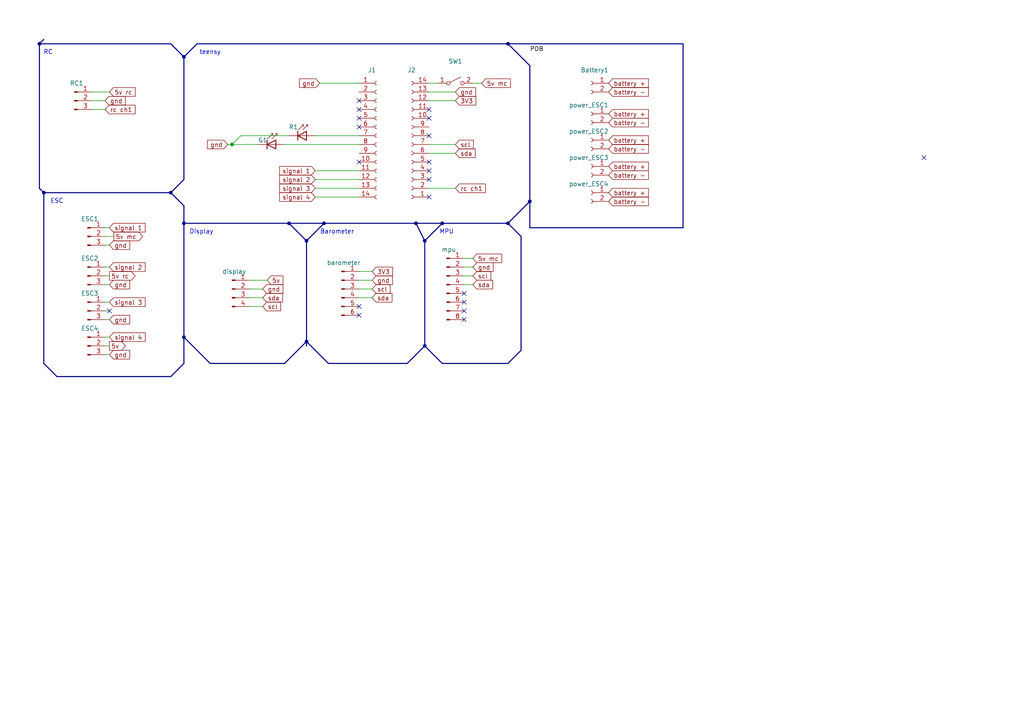
<source format=kicad_sch>
(kicad_sch
	(version 20231120)
	(generator "eeschema")
	(generator_version "8.0")
	(uuid "de823f1c-a748-477d-965f-303b0130a550")
	(paper "A4")
	(lib_symbols
		(symbol "Connector:Conn_01x02_Socket"
			(pin_names
				(offset 1.016) hide)
			(exclude_from_sim no)
			(in_bom yes)
			(on_board yes)
			(property "Reference" "J"
				(at 0 2.54 0)
				(effects
					(font
						(size 1.27 1.27)
					)
				)
			)
			(property "Value" "Conn_01x02_Socket"
				(at 0 -5.08 0)
				(effects
					(font
						(size 1.27 1.27)
					)
				)
			)
			(property "Footprint" ""
				(at 0 0 0)
				(effects
					(font
						(size 1.27 1.27)
					)
					(hide yes)
				)
			)
			(property "Datasheet" "~"
				(at 0 0 0)
				(effects
					(font
						(size 1.27 1.27)
					)
					(hide yes)
				)
			)
			(property "Description" "Generic connector, single row, 01x02, script generated"
				(at 0 0 0)
				(effects
					(font
						(size 1.27 1.27)
					)
					(hide yes)
				)
			)
			(property "ki_locked" ""
				(at 0 0 0)
				(effects
					(font
						(size 1.27 1.27)
					)
				)
			)
			(property "ki_keywords" "connector"
				(at 0 0 0)
				(effects
					(font
						(size 1.27 1.27)
					)
					(hide yes)
				)
			)
			(property "ki_fp_filters" "Connector*:*_1x??_*"
				(at 0 0 0)
				(effects
					(font
						(size 1.27 1.27)
					)
					(hide yes)
				)
			)
			(symbol "Conn_01x02_Socket_1_1"
				(arc
					(start 0 -2.032)
					(mid -0.5058 -2.54)
					(end 0 -3.048)
					(stroke
						(width 0.1524)
						(type default)
					)
					(fill
						(type none)
					)
				)
				(polyline
					(pts
						(xy -1.27 -2.54) (xy -0.508 -2.54)
					)
					(stroke
						(width 0.1524)
						(type default)
					)
					(fill
						(type none)
					)
				)
				(polyline
					(pts
						(xy -1.27 0) (xy -0.508 0)
					)
					(stroke
						(width 0.1524)
						(type default)
					)
					(fill
						(type none)
					)
				)
				(arc
					(start 0 0.508)
					(mid -0.5058 0)
					(end 0 -0.508)
					(stroke
						(width 0.1524)
						(type default)
					)
					(fill
						(type none)
					)
				)
				(pin passive line
					(at -5.08 0 0)
					(length 3.81)
					(name "Pin_1"
						(effects
							(font
								(size 1.27 1.27)
							)
						)
					)
					(number "1"
						(effects
							(font
								(size 1.27 1.27)
							)
						)
					)
				)
				(pin passive line
					(at -5.08 -2.54 0)
					(length 3.81)
					(name "Pin_2"
						(effects
							(font
								(size 1.27 1.27)
							)
						)
					)
					(number "2"
						(effects
							(font
								(size 1.27 1.27)
							)
						)
					)
				)
			)
		)
		(symbol "Connector:Conn_01x03_Pin"
			(pin_names
				(offset 1.016) hide)
			(exclude_from_sim no)
			(in_bom yes)
			(on_board yes)
			(property "Reference" "J"
				(at 0 5.08 0)
				(effects
					(font
						(size 1.27 1.27)
					)
				)
			)
			(property "Value" "Conn_01x03_Pin"
				(at 0 -5.08 0)
				(effects
					(font
						(size 1.27 1.27)
					)
				)
			)
			(property "Footprint" ""
				(at 0 0 0)
				(effects
					(font
						(size 1.27 1.27)
					)
					(hide yes)
				)
			)
			(property "Datasheet" "~"
				(at 0 0 0)
				(effects
					(font
						(size 1.27 1.27)
					)
					(hide yes)
				)
			)
			(property "Description" "Generic connector, single row, 01x03, script generated"
				(at 0 0 0)
				(effects
					(font
						(size 1.27 1.27)
					)
					(hide yes)
				)
			)
			(property "ki_locked" ""
				(at 0 0 0)
				(effects
					(font
						(size 1.27 1.27)
					)
				)
			)
			(property "ki_keywords" "connector"
				(at 0 0 0)
				(effects
					(font
						(size 1.27 1.27)
					)
					(hide yes)
				)
			)
			(property "ki_fp_filters" "Connector*:*_1x??_*"
				(at 0 0 0)
				(effects
					(font
						(size 1.27 1.27)
					)
					(hide yes)
				)
			)
			(symbol "Conn_01x03_Pin_1_1"
				(polyline
					(pts
						(xy 1.27 -2.54) (xy 0.8636 -2.54)
					)
					(stroke
						(width 0.1524)
						(type default)
					)
					(fill
						(type none)
					)
				)
				(polyline
					(pts
						(xy 1.27 0) (xy 0.8636 0)
					)
					(stroke
						(width 0.1524)
						(type default)
					)
					(fill
						(type none)
					)
				)
				(polyline
					(pts
						(xy 1.27 2.54) (xy 0.8636 2.54)
					)
					(stroke
						(width 0.1524)
						(type default)
					)
					(fill
						(type none)
					)
				)
				(rectangle
					(start 0.8636 -2.413)
					(end 0 -2.667)
					(stroke
						(width 0.1524)
						(type default)
					)
					(fill
						(type outline)
					)
				)
				(rectangle
					(start 0.8636 0.127)
					(end 0 -0.127)
					(stroke
						(width 0.1524)
						(type default)
					)
					(fill
						(type outline)
					)
				)
				(rectangle
					(start 0.8636 2.667)
					(end 0 2.413)
					(stroke
						(width 0.1524)
						(type default)
					)
					(fill
						(type outline)
					)
				)
				(pin passive line
					(at 5.08 2.54 180)
					(length 3.81)
					(name "Pin_1"
						(effects
							(font
								(size 1.27 1.27)
							)
						)
					)
					(number "1"
						(effects
							(font
								(size 1.27 1.27)
							)
						)
					)
				)
				(pin passive line
					(at 5.08 0 180)
					(length 3.81)
					(name "Pin_2"
						(effects
							(font
								(size 1.27 1.27)
							)
						)
					)
					(number "2"
						(effects
							(font
								(size 1.27 1.27)
							)
						)
					)
				)
				(pin passive line
					(at 5.08 -2.54 180)
					(length 3.81)
					(name "Pin_3"
						(effects
							(font
								(size 1.27 1.27)
							)
						)
					)
					(number "3"
						(effects
							(font
								(size 1.27 1.27)
							)
						)
					)
				)
			)
		)
		(symbol "Connector:Conn_01x04_Pin"
			(pin_names
				(offset 1.016) hide)
			(exclude_from_sim no)
			(in_bom yes)
			(on_board yes)
			(property "Reference" "J"
				(at 0 5.08 0)
				(effects
					(font
						(size 1.27 1.27)
					)
				)
			)
			(property "Value" "Conn_01x04_Pin"
				(at 0 -7.62 0)
				(effects
					(font
						(size 1.27 1.27)
					)
				)
			)
			(property "Footprint" ""
				(at 0 0 0)
				(effects
					(font
						(size 1.27 1.27)
					)
					(hide yes)
				)
			)
			(property "Datasheet" "~"
				(at 0 0 0)
				(effects
					(font
						(size 1.27 1.27)
					)
					(hide yes)
				)
			)
			(property "Description" "Generic connector, single row, 01x04, script generated"
				(at 0 0 0)
				(effects
					(font
						(size 1.27 1.27)
					)
					(hide yes)
				)
			)
			(property "ki_locked" ""
				(at 0 0 0)
				(effects
					(font
						(size 1.27 1.27)
					)
				)
			)
			(property "ki_keywords" "connector"
				(at 0 0 0)
				(effects
					(font
						(size 1.27 1.27)
					)
					(hide yes)
				)
			)
			(property "ki_fp_filters" "Connector*:*_1x??_*"
				(at 0 0 0)
				(effects
					(font
						(size 1.27 1.27)
					)
					(hide yes)
				)
			)
			(symbol "Conn_01x04_Pin_1_1"
				(polyline
					(pts
						(xy 1.27 -5.08) (xy 0.8636 -5.08)
					)
					(stroke
						(width 0.1524)
						(type default)
					)
					(fill
						(type none)
					)
				)
				(polyline
					(pts
						(xy 1.27 -2.54) (xy 0.8636 -2.54)
					)
					(stroke
						(width 0.1524)
						(type default)
					)
					(fill
						(type none)
					)
				)
				(polyline
					(pts
						(xy 1.27 0) (xy 0.8636 0)
					)
					(stroke
						(width 0.1524)
						(type default)
					)
					(fill
						(type none)
					)
				)
				(polyline
					(pts
						(xy 1.27 2.54) (xy 0.8636 2.54)
					)
					(stroke
						(width 0.1524)
						(type default)
					)
					(fill
						(type none)
					)
				)
				(rectangle
					(start 0.8636 -4.953)
					(end 0 -5.207)
					(stroke
						(width 0.1524)
						(type default)
					)
					(fill
						(type outline)
					)
				)
				(rectangle
					(start 0.8636 -2.413)
					(end 0 -2.667)
					(stroke
						(width 0.1524)
						(type default)
					)
					(fill
						(type outline)
					)
				)
				(rectangle
					(start 0.8636 0.127)
					(end 0 -0.127)
					(stroke
						(width 0.1524)
						(type default)
					)
					(fill
						(type outline)
					)
				)
				(rectangle
					(start 0.8636 2.667)
					(end 0 2.413)
					(stroke
						(width 0.1524)
						(type default)
					)
					(fill
						(type outline)
					)
				)
				(pin passive line
					(at 5.08 2.54 180)
					(length 3.81)
					(name "Pin_1"
						(effects
							(font
								(size 1.27 1.27)
							)
						)
					)
					(number "1"
						(effects
							(font
								(size 1.27 1.27)
							)
						)
					)
				)
				(pin passive line
					(at 5.08 0 180)
					(length 3.81)
					(name "Pin_2"
						(effects
							(font
								(size 1.27 1.27)
							)
						)
					)
					(number "2"
						(effects
							(font
								(size 1.27 1.27)
							)
						)
					)
				)
				(pin passive line
					(at 5.08 -2.54 180)
					(length 3.81)
					(name "Pin_3"
						(effects
							(font
								(size 1.27 1.27)
							)
						)
					)
					(number "3"
						(effects
							(font
								(size 1.27 1.27)
							)
						)
					)
				)
				(pin passive line
					(at 5.08 -5.08 180)
					(length 3.81)
					(name "Pin_4"
						(effects
							(font
								(size 1.27 1.27)
							)
						)
					)
					(number "4"
						(effects
							(font
								(size 1.27 1.27)
							)
						)
					)
				)
			)
		)
		(symbol "Connector:Conn_01x06_Pin"
			(pin_names
				(offset 1.016) hide)
			(exclude_from_sim no)
			(in_bom yes)
			(on_board yes)
			(property "Reference" "J"
				(at 0 7.62 0)
				(effects
					(font
						(size 1.27 1.27)
					)
				)
			)
			(property "Value" "Conn_01x06_Pin"
				(at 0 -10.16 0)
				(effects
					(font
						(size 1.27 1.27)
					)
				)
			)
			(property "Footprint" ""
				(at 0 0 0)
				(effects
					(font
						(size 1.27 1.27)
					)
					(hide yes)
				)
			)
			(property "Datasheet" "~"
				(at 0 0 0)
				(effects
					(font
						(size 1.27 1.27)
					)
					(hide yes)
				)
			)
			(property "Description" "Generic connector, single row, 01x06, script generated"
				(at 0 0 0)
				(effects
					(font
						(size 1.27 1.27)
					)
					(hide yes)
				)
			)
			(property "ki_locked" ""
				(at 0 0 0)
				(effects
					(font
						(size 1.27 1.27)
					)
				)
			)
			(property "ki_keywords" "connector"
				(at 0 0 0)
				(effects
					(font
						(size 1.27 1.27)
					)
					(hide yes)
				)
			)
			(property "ki_fp_filters" "Connector*:*_1x??_*"
				(at 0 0 0)
				(effects
					(font
						(size 1.27 1.27)
					)
					(hide yes)
				)
			)
			(symbol "Conn_01x06_Pin_1_1"
				(polyline
					(pts
						(xy 1.27 -7.62) (xy 0.8636 -7.62)
					)
					(stroke
						(width 0.1524)
						(type default)
					)
					(fill
						(type none)
					)
				)
				(polyline
					(pts
						(xy 1.27 -5.08) (xy 0.8636 -5.08)
					)
					(stroke
						(width 0.1524)
						(type default)
					)
					(fill
						(type none)
					)
				)
				(polyline
					(pts
						(xy 1.27 -2.54) (xy 0.8636 -2.54)
					)
					(stroke
						(width 0.1524)
						(type default)
					)
					(fill
						(type none)
					)
				)
				(polyline
					(pts
						(xy 1.27 0) (xy 0.8636 0)
					)
					(stroke
						(width 0.1524)
						(type default)
					)
					(fill
						(type none)
					)
				)
				(polyline
					(pts
						(xy 1.27 2.54) (xy 0.8636 2.54)
					)
					(stroke
						(width 0.1524)
						(type default)
					)
					(fill
						(type none)
					)
				)
				(polyline
					(pts
						(xy 1.27 5.08) (xy 0.8636 5.08)
					)
					(stroke
						(width 0.1524)
						(type default)
					)
					(fill
						(type none)
					)
				)
				(rectangle
					(start 0.8636 -7.493)
					(end 0 -7.747)
					(stroke
						(width 0.1524)
						(type default)
					)
					(fill
						(type outline)
					)
				)
				(rectangle
					(start 0.8636 -4.953)
					(end 0 -5.207)
					(stroke
						(width 0.1524)
						(type default)
					)
					(fill
						(type outline)
					)
				)
				(rectangle
					(start 0.8636 -2.413)
					(end 0 -2.667)
					(stroke
						(width 0.1524)
						(type default)
					)
					(fill
						(type outline)
					)
				)
				(rectangle
					(start 0.8636 0.127)
					(end 0 -0.127)
					(stroke
						(width 0.1524)
						(type default)
					)
					(fill
						(type outline)
					)
				)
				(rectangle
					(start 0.8636 2.667)
					(end 0 2.413)
					(stroke
						(width 0.1524)
						(type default)
					)
					(fill
						(type outline)
					)
				)
				(rectangle
					(start 0.8636 5.207)
					(end 0 4.953)
					(stroke
						(width 0.1524)
						(type default)
					)
					(fill
						(type outline)
					)
				)
				(pin passive line
					(at 5.08 5.08 180)
					(length 3.81)
					(name "Pin_1"
						(effects
							(font
								(size 1.27 1.27)
							)
						)
					)
					(number "1"
						(effects
							(font
								(size 1.27 1.27)
							)
						)
					)
				)
				(pin passive line
					(at 5.08 2.54 180)
					(length 3.81)
					(name "Pin_2"
						(effects
							(font
								(size 1.27 1.27)
							)
						)
					)
					(number "2"
						(effects
							(font
								(size 1.27 1.27)
							)
						)
					)
				)
				(pin passive line
					(at 5.08 0 180)
					(length 3.81)
					(name "Pin_3"
						(effects
							(font
								(size 1.27 1.27)
							)
						)
					)
					(number "3"
						(effects
							(font
								(size 1.27 1.27)
							)
						)
					)
				)
				(pin passive line
					(at 5.08 -2.54 180)
					(length 3.81)
					(name "Pin_4"
						(effects
							(font
								(size 1.27 1.27)
							)
						)
					)
					(number "4"
						(effects
							(font
								(size 1.27 1.27)
							)
						)
					)
				)
				(pin passive line
					(at 5.08 -5.08 180)
					(length 3.81)
					(name "Pin_5"
						(effects
							(font
								(size 1.27 1.27)
							)
						)
					)
					(number "5"
						(effects
							(font
								(size 1.27 1.27)
							)
						)
					)
				)
				(pin passive line
					(at 5.08 -7.62 180)
					(length 3.81)
					(name "Pin_6"
						(effects
							(font
								(size 1.27 1.27)
							)
						)
					)
					(number "6"
						(effects
							(font
								(size 1.27 1.27)
							)
						)
					)
				)
			)
		)
		(symbol "Connector:Conn_01x08_Pin"
			(pin_names
				(offset 1.016) hide)
			(exclude_from_sim no)
			(in_bom yes)
			(on_board yes)
			(property "Reference" "J"
				(at 0 10.16 0)
				(effects
					(font
						(size 1.27 1.27)
					)
				)
			)
			(property "Value" "Conn_01x08_Pin"
				(at 0 -12.7 0)
				(effects
					(font
						(size 1.27 1.27)
					)
				)
			)
			(property "Footprint" ""
				(at 0 0 0)
				(effects
					(font
						(size 1.27 1.27)
					)
					(hide yes)
				)
			)
			(property "Datasheet" "~"
				(at 0 0 0)
				(effects
					(font
						(size 1.27 1.27)
					)
					(hide yes)
				)
			)
			(property "Description" "Generic connector, single row, 01x08, script generated"
				(at 0 0 0)
				(effects
					(font
						(size 1.27 1.27)
					)
					(hide yes)
				)
			)
			(property "ki_locked" ""
				(at 0 0 0)
				(effects
					(font
						(size 1.27 1.27)
					)
				)
			)
			(property "ki_keywords" "connector"
				(at 0 0 0)
				(effects
					(font
						(size 1.27 1.27)
					)
					(hide yes)
				)
			)
			(property "ki_fp_filters" "Connector*:*_1x??_*"
				(at 0 0 0)
				(effects
					(font
						(size 1.27 1.27)
					)
					(hide yes)
				)
			)
			(symbol "Conn_01x08_Pin_1_1"
				(polyline
					(pts
						(xy 1.27 -10.16) (xy 0.8636 -10.16)
					)
					(stroke
						(width 0.1524)
						(type default)
					)
					(fill
						(type none)
					)
				)
				(polyline
					(pts
						(xy 1.27 -7.62) (xy 0.8636 -7.62)
					)
					(stroke
						(width 0.1524)
						(type default)
					)
					(fill
						(type none)
					)
				)
				(polyline
					(pts
						(xy 1.27 -5.08) (xy 0.8636 -5.08)
					)
					(stroke
						(width 0.1524)
						(type default)
					)
					(fill
						(type none)
					)
				)
				(polyline
					(pts
						(xy 1.27 -2.54) (xy 0.8636 -2.54)
					)
					(stroke
						(width 0.1524)
						(type default)
					)
					(fill
						(type none)
					)
				)
				(polyline
					(pts
						(xy 1.27 0) (xy 0.8636 0)
					)
					(stroke
						(width 0.1524)
						(type default)
					)
					(fill
						(type none)
					)
				)
				(polyline
					(pts
						(xy 1.27 2.54) (xy 0.8636 2.54)
					)
					(stroke
						(width 0.1524)
						(type default)
					)
					(fill
						(type none)
					)
				)
				(polyline
					(pts
						(xy 1.27 5.08) (xy 0.8636 5.08)
					)
					(stroke
						(width 0.1524)
						(type default)
					)
					(fill
						(type none)
					)
				)
				(polyline
					(pts
						(xy 1.27 7.62) (xy 0.8636 7.62)
					)
					(stroke
						(width 0.1524)
						(type default)
					)
					(fill
						(type none)
					)
				)
				(rectangle
					(start 0.8636 -10.033)
					(end 0 -10.287)
					(stroke
						(width 0.1524)
						(type default)
					)
					(fill
						(type outline)
					)
				)
				(rectangle
					(start 0.8636 -7.493)
					(end 0 -7.747)
					(stroke
						(width 0.1524)
						(type default)
					)
					(fill
						(type outline)
					)
				)
				(rectangle
					(start 0.8636 -4.953)
					(end 0 -5.207)
					(stroke
						(width 0.1524)
						(type default)
					)
					(fill
						(type outline)
					)
				)
				(rectangle
					(start 0.8636 -2.413)
					(end 0 -2.667)
					(stroke
						(width 0.1524)
						(type default)
					)
					(fill
						(type outline)
					)
				)
				(rectangle
					(start 0.8636 0.127)
					(end 0 -0.127)
					(stroke
						(width 0.1524)
						(type default)
					)
					(fill
						(type outline)
					)
				)
				(rectangle
					(start 0.8636 2.667)
					(end 0 2.413)
					(stroke
						(width 0.1524)
						(type default)
					)
					(fill
						(type outline)
					)
				)
				(rectangle
					(start 0.8636 5.207)
					(end 0 4.953)
					(stroke
						(width 0.1524)
						(type default)
					)
					(fill
						(type outline)
					)
				)
				(rectangle
					(start 0.8636 7.747)
					(end 0 7.493)
					(stroke
						(width 0.1524)
						(type default)
					)
					(fill
						(type outline)
					)
				)
				(pin passive line
					(at 5.08 7.62 180)
					(length 3.81)
					(name "Pin_1"
						(effects
							(font
								(size 1.27 1.27)
							)
						)
					)
					(number "1"
						(effects
							(font
								(size 1.27 1.27)
							)
						)
					)
				)
				(pin passive line
					(at 5.08 5.08 180)
					(length 3.81)
					(name "Pin_2"
						(effects
							(font
								(size 1.27 1.27)
							)
						)
					)
					(number "2"
						(effects
							(font
								(size 1.27 1.27)
							)
						)
					)
				)
				(pin passive line
					(at 5.08 2.54 180)
					(length 3.81)
					(name "Pin_3"
						(effects
							(font
								(size 1.27 1.27)
							)
						)
					)
					(number "3"
						(effects
							(font
								(size 1.27 1.27)
							)
						)
					)
				)
				(pin passive line
					(at 5.08 0 180)
					(length 3.81)
					(name "Pin_4"
						(effects
							(font
								(size 1.27 1.27)
							)
						)
					)
					(number "4"
						(effects
							(font
								(size 1.27 1.27)
							)
						)
					)
				)
				(pin passive line
					(at 5.08 -2.54 180)
					(length 3.81)
					(name "Pin_5"
						(effects
							(font
								(size 1.27 1.27)
							)
						)
					)
					(number "5"
						(effects
							(font
								(size 1.27 1.27)
							)
						)
					)
				)
				(pin passive line
					(at 5.08 -5.08 180)
					(length 3.81)
					(name "Pin_6"
						(effects
							(font
								(size 1.27 1.27)
							)
						)
					)
					(number "6"
						(effects
							(font
								(size 1.27 1.27)
							)
						)
					)
				)
				(pin passive line
					(at 5.08 -7.62 180)
					(length 3.81)
					(name "Pin_7"
						(effects
							(font
								(size 1.27 1.27)
							)
						)
					)
					(number "7"
						(effects
							(font
								(size 1.27 1.27)
							)
						)
					)
				)
				(pin passive line
					(at 5.08 -10.16 180)
					(length 3.81)
					(name "Pin_8"
						(effects
							(font
								(size 1.27 1.27)
							)
						)
					)
					(number "8"
						(effects
							(font
								(size 1.27 1.27)
							)
						)
					)
				)
			)
		)
		(symbol "Connector:Conn_01x14_Socket"
			(pin_names
				(offset 1.016) hide)
			(exclude_from_sim no)
			(in_bom yes)
			(on_board yes)
			(property "Reference" "J"
				(at 0 17.78 0)
				(effects
					(font
						(size 1.27 1.27)
					)
				)
			)
			(property "Value" "Conn_01x14_Socket"
				(at 0 -20.32 0)
				(effects
					(font
						(size 1.27 1.27)
					)
				)
			)
			(property "Footprint" ""
				(at 0 0 0)
				(effects
					(font
						(size 1.27 1.27)
					)
					(hide yes)
				)
			)
			(property "Datasheet" "~"
				(at 0 0 0)
				(effects
					(font
						(size 1.27 1.27)
					)
					(hide yes)
				)
			)
			(property "Description" "Generic connector, single row, 01x14, script generated"
				(at 0 0 0)
				(effects
					(font
						(size 1.27 1.27)
					)
					(hide yes)
				)
			)
			(property "ki_locked" ""
				(at 0 0 0)
				(effects
					(font
						(size 1.27 1.27)
					)
				)
			)
			(property "ki_keywords" "connector"
				(at 0 0 0)
				(effects
					(font
						(size 1.27 1.27)
					)
					(hide yes)
				)
			)
			(property "ki_fp_filters" "Connector*:*_1x??_*"
				(at 0 0 0)
				(effects
					(font
						(size 1.27 1.27)
					)
					(hide yes)
				)
			)
			(symbol "Conn_01x14_Socket_1_1"
				(arc
					(start 0 -17.272)
					(mid -0.5058 -17.78)
					(end 0 -18.288)
					(stroke
						(width 0.1524)
						(type default)
					)
					(fill
						(type none)
					)
				)
				(arc
					(start 0 -14.732)
					(mid -0.5058 -15.24)
					(end 0 -15.748)
					(stroke
						(width 0.1524)
						(type default)
					)
					(fill
						(type none)
					)
				)
				(arc
					(start 0 -12.192)
					(mid -0.5058 -12.7)
					(end 0 -13.208)
					(stroke
						(width 0.1524)
						(type default)
					)
					(fill
						(type none)
					)
				)
				(arc
					(start 0 -9.652)
					(mid -0.5058 -10.16)
					(end 0 -10.668)
					(stroke
						(width 0.1524)
						(type default)
					)
					(fill
						(type none)
					)
				)
				(arc
					(start 0 -7.112)
					(mid -0.5058 -7.62)
					(end 0 -8.128)
					(stroke
						(width 0.1524)
						(type default)
					)
					(fill
						(type none)
					)
				)
				(arc
					(start 0 -4.572)
					(mid -0.5058 -5.08)
					(end 0 -5.588)
					(stroke
						(width 0.1524)
						(type default)
					)
					(fill
						(type none)
					)
				)
				(arc
					(start 0 -2.032)
					(mid -0.5058 -2.54)
					(end 0 -3.048)
					(stroke
						(width 0.1524)
						(type default)
					)
					(fill
						(type none)
					)
				)
				(polyline
					(pts
						(xy -1.27 -17.78) (xy -0.508 -17.78)
					)
					(stroke
						(width 0.1524)
						(type default)
					)
					(fill
						(type none)
					)
				)
				(polyline
					(pts
						(xy -1.27 -15.24) (xy -0.508 -15.24)
					)
					(stroke
						(width 0.1524)
						(type default)
					)
					(fill
						(type none)
					)
				)
				(polyline
					(pts
						(xy -1.27 -12.7) (xy -0.508 -12.7)
					)
					(stroke
						(width 0.1524)
						(type default)
					)
					(fill
						(type none)
					)
				)
				(polyline
					(pts
						(xy -1.27 -10.16) (xy -0.508 -10.16)
					)
					(stroke
						(width 0.1524)
						(type default)
					)
					(fill
						(type none)
					)
				)
				(polyline
					(pts
						(xy -1.27 -7.62) (xy -0.508 -7.62)
					)
					(stroke
						(width 0.1524)
						(type default)
					)
					(fill
						(type none)
					)
				)
				(polyline
					(pts
						(xy -1.27 -5.08) (xy -0.508 -5.08)
					)
					(stroke
						(width 0.1524)
						(type default)
					)
					(fill
						(type none)
					)
				)
				(polyline
					(pts
						(xy -1.27 -2.54) (xy -0.508 -2.54)
					)
					(stroke
						(width 0.1524)
						(type default)
					)
					(fill
						(type none)
					)
				)
				(polyline
					(pts
						(xy -1.27 0) (xy -0.508 0)
					)
					(stroke
						(width 0.1524)
						(type default)
					)
					(fill
						(type none)
					)
				)
				(polyline
					(pts
						(xy -1.27 2.54) (xy -0.508 2.54)
					)
					(stroke
						(width 0.1524)
						(type default)
					)
					(fill
						(type none)
					)
				)
				(polyline
					(pts
						(xy -1.27 5.08) (xy -0.508 5.08)
					)
					(stroke
						(width 0.1524)
						(type default)
					)
					(fill
						(type none)
					)
				)
				(polyline
					(pts
						(xy -1.27 7.62) (xy -0.508 7.62)
					)
					(stroke
						(width 0.1524)
						(type default)
					)
					(fill
						(type none)
					)
				)
				(polyline
					(pts
						(xy -1.27 10.16) (xy -0.508 10.16)
					)
					(stroke
						(width 0.1524)
						(type default)
					)
					(fill
						(type none)
					)
				)
				(polyline
					(pts
						(xy -1.27 12.7) (xy -0.508 12.7)
					)
					(stroke
						(width 0.1524)
						(type default)
					)
					(fill
						(type none)
					)
				)
				(polyline
					(pts
						(xy -1.27 15.24) (xy -0.508 15.24)
					)
					(stroke
						(width 0.1524)
						(type default)
					)
					(fill
						(type none)
					)
				)
				(arc
					(start 0 0.508)
					(mid -0.5058 0)
					(end 0 -0.508)
					(stroke
						(width 0.1524)
						(type default)
					)
					(fill
						(type none)
					)
				)
				(arc
					(start 0 3.048)
					(mid -0.5058 2.54)
					(end 0 2.032)
					(stroke
						(width 0.1524)
						(type default)
					)
					(fill
						(type none)
					)
				)
				(arc
					(start 0 5.588)
					(mid -0.5058 5.08)
					(end 0 4.572)
					(stroke
						(width 0.1524)
						(type default)
					)
					(fill
						(type none)
					)
				)
				(arc
					(start 0 8.128)
					(mid -0.5058 7.62)
					(end 0 7.112)
					(stroke
						(width 0.1524)
						(type default)
					)
					(fill
						(type none)
					)
				)
				(arc
					(start 0 10.668)
					(mid -0.5058 10.16)
					(end 0 9.652)
					(stroke
						(width 0.1524)
						(type default)
					)
					(fill
						(type none)
					)
				)
				(arc
					(start 0 13.208)
					(mid -0.5058 12.7)
					(end 0 12.192)
					(stroke
						(width 0.1524)
						(type default)
					)
					(fill
						(type none)
					)
				)
				(arc
					(start 0 15.748)
					(mid -0.5058 15.24)
					(end 0 14.732)
					(stroke
						(width 0.1524)
						(type default)
					)
					(fill
						(type none)
					)
				)
				(pin passive line
					(at -5.08 15.24 0)
					(length 3.81)
					(name "Pin_1"
						(effects
							(font
								(size 1.27 1.27)
							)
						)
					)
					(number "1"
						(effects
							(font
								(size 1.27 1.27)
							)
						)
					)
				)
				(pin passive line
					(at -5.08 -7.62 0)
					(length 3.81)
					(name "Pin_10"
						(effects
							(font
								(size 1.27 1.27)
							)
						)
					)
					(number "10"
						(effects
							(font
								(size 1.27 1.27)
							)
						)
					)
				)
				(pin passive line
					(at -5.08 -10.16 0)
					(length 3.81)
					(name "Pin_11"
						(effects
							(font
								(size 1.27 1.27)
							)
						)
					)
					(number "11"
						(effects
							(font
								(size 1.27 1.27)
							)
						)
					)
				)
				(pin passive line
					(at -5.08 -12.7 0)
					(length 3.81)
					(name "Pin_12"
						(effects
							(font
								(size 1.27 1.27)
							)
						)
					)
					(number "12"
						(effects
							(font
								(size 1.27 1.27)
							)
						)
					)
				)
				(pin passive line
					(at -5.08 -15.24 0)
					(length 3.81)
					(name "Pin_13"
						(effects
							(font
								(size 1.27 1.27)
							)
						)
					)
					(number "13"
						(effects
							(font
								(size 1.27 1.27)
							)
						)
					)
				)
				(pin passive line
					(at -5.08 -17.78 0)
					(length 3.81)
					(name "Pin_14"
						(effects
							(font
								(size 1.27 1.27)
							)
						)
					)
					(number "14"
						(effects
							(font
								(size 1.27 1.27)
							)
						)
					)
				)
				(pin passive line
					(at -5.08 12.7 0)
					(length 3.81)
					(name "Pin_2"
						(effects
							(font
								(size 1.27 1.27)
							)
						)
					)
					(number "2"
						(effects
							(font
								(size 1.27 1.27)
							)
						)
					)
				)
				(pin passive line
					(at -5.08 10.16 0)
					(length 3.81)
					(name "Pin_3"
						(effects
							(font
								(size 1.27 1.27)
							)
						)
					)
					(number "3"
						(effects
							(font
								(size 1.27 1.27)
							)
						)
					)
				)
				(pin passive line
					(at -5.08 7.62 0)
					(length 3.81)
					(name "Pin_4"
						(effects
							(font
								(size 1.27 1.27)
							)
						)
					)
					(number "4"
						(effects
							(font
								(size 1.27 1.27)
							)
						)
					)
				)
				(pin passive line
					(at -5.08 5.08 0)
					(length 3.81)
					(name "Pin_5"
						(effects
							(font
								(size 1.27 1.27)
							)
						)
					)
					(number "5"
						(effects
							(font
								(size 1.27 1.27)
							)
						)
					)
				)
				(pin passive line
					(at -5.08 2.54 0)
					(length 3.81)
					(name "Pin_6"
						(effects
							(font
								(size 1.27 1.27)
							)
						)
					)
					(number "6"
						(effects
							(font
								(size 1.27 1.27)
							)
						)
					)
				)
				(pin passive line
					(at -5.08 0 0)
					(length 3.81)
					(name "Pin_7"
						(effects
							(font
								(size 1.27 1.27)
							)
						)
					)
					(number "7"
						(effects
							(font
								(size 1.27 1.27)
							)
						)
					)
				)
				(pin passive line
					(at -5.08 -2.54 0)
					(length 3.81)
					(name "Pin_8"
						(effects
							(font
								(size 1.27 1.27)
							)
						)
					)
					(number "8"
						(effects
							(font
								(size 1.27 1.27)
							)
						)
					)
				)
				(pin passive line
					(at -5.08 -5.08 0)
					(length 3.81)
					(name "Pin_9"
						(effects
							(font
								(size 1.27 1.27)
							)
						)
					)
					(number "9"
						(effects
							(font
								(size 1.27 1.27)
							)
						)
					)
				)
			)
		)
		(symbol "LED:SFH482"
			(pin_numbers hide)
			(pin_names
				(offset 1.016) hide)
			(exclude_from_sim no)
			(in_bom yes)
			(on_board yes)
			(property "Reference" "D"
				(at 0.508 1.778 0)
				(effects
					(font
						(size 1.27 1.27)
					)
					(justify left)
				)
			)
			(property "Value" "SFH482"
				(at -1.016 -2.794 0)
				(effects
					(font
						(size 1.27 1.27)
					)
				)
			)
			(property "Footprint" "Package_TO_SOT_THT:TO-18-2_Window"
				(at 0 4.445 0)
				(effects
					(font
						(size 1.27 1.27)
					)
					(hide yes)
				)
			)
			(property "Datasheet" "http://www.osram-os.com/Graphics/XPic2/00182155_0.pdf/SFH%20482%20E7800,%20Lead%20(Pb)%20Free%20Product%20-%20RoHS%20Compliant.pdf"
				(at -1.27 0 0)
				(effects
					(font
						(size 1.27 1.27)
					)
					(hide yes)
				)
			)
			(property "Description" "GaAlAs Infrared LED (880 nm), TO-18 package"
				(at 0 0 0)
				(effects
					(font
						(size 1.27 1.27)
					)
					(hide yes)
				)
			)
			(property "ki_keywords" "opto IR LED"
				(at 0 0 0)
				(effects
					(font
						(size 1.27 1.27)
					)
					(hide yes)
				)
			)
			(property "ki_fp_filters" "TO?18*Window*"
				(at 0 0 0)
				(effects
					(font
						(size 1.27 1.27)
					)
					(hide yes)
				)
			)
			(symbol "SFH482_0_1"
				(polyline
					(pts
						(xy -2.54 1.27) (xy -2.54 -1.27)
					)
					(stroke
						(width 0.254)
						(type default)
					)
					(fill
						(type none)
					)
				)
				(polyline
					(pts
						(xy 0 0) (xy -2.54 0)
					)
					(stroke
						(width 0)
						(type default)
					)
					(fill
						(type none)
					)
				)
				(polyline
					(pts
						(xy 0.381 3.175) (xy -0.127 3.175)
					)
					(stroke
						(width 0)
						(type default)
					)
					(fill
						(type none)
					)
				)
				(polyline
					(pts
						(xy -1.143 1.651) (xy 0.381 3.175) (xy 0.381 2.667)
					)
					(stroke
						(width 0)
						(type default)
					)
					(fill
						(type none)
					)
				)
				(polyline
					(pts
						(xy 0 1.27) (xy 0 -1.27) (xy -2.54 0) (xy 0 1.27)
					)
					(stroke
						(width 0.254)
						(type default)
					)
					(fill
						(type none)
					)
				)
				(polyline
					(pts
						(xy -2.413 1.651) (xy -0.889 3.175) (xy -0.889 2.667) (xy -0.889 3.175) (xy -1.397 3.175)
					)
					(stroke
						(width 0)
						(type default)
					)
					(fill
						(type none)
					)
				)
			)
			(symbol "SFH482_1_1"
				(pin passive line
					(at -5.08 0 0)
					(length 2.54)
					(name "K"
						(effects
							(font
								(size 1.27 1.27)
							)
						)
					)
					(number "1"
						(effects
							(font
								(size 1.27 1.27)
							)
						)
					)
				)
				(pin passive line
					(at 2.54 0 180)
					(length 2.54)
					(name "A"
						(effects
							(font
								(size 1.27 1.27)
							)
						)
					)
					(number "2"
						(effects
							(font
								(size 1.27 1.27)
							)
						)
					)
				)
			)
		)
		(symbol "Switch:SW_SPST"
			(pin_names
				(offset 0) hide)
			(exclude_from_sim no)
			(in_bom yes)
			(on_board yes)
			(property "Reference" "SW"
				(at 0 3.175 0)
				(effects
					(font
						(size 1.27 1.27)
					)
				)
			)
			(property "Value" "SW_SPST"
				(at 0 -2.54 0)
				(effects
					(font
						(size 1.27 1.27)
					)
				)
			)
			(property "Footprint" ""
				(at 0 0 0)
				(effects
					(font
						(size 1.27 1.27)
					)
					(hide yes)
				)
			)
			(property "Datasheet" "~"
				(at 0 0 0)
				(effects
					(font
						(size 1.27 1.27)
					)
					(hide yes)
				)
			)
			(property "Description" "Single Pole Single Throw (SPST) switch"
				(at 0 0 0)
				(effects
					(font
						(size 1.27 1.27)
					)
					(hide yes)
				)
			)
			(property "ki_keywords" "switch lever"
				(at 0 0 0)
				(effects
					(font
						(size 1.27 1.27)
					)
					(hide yes)
				)
			)
			(symbol "SW_SPST_0_0"
				(circle
					(center -2.032 0)
					(radius 0.508)
					(stroke
						(width 0)
						(type default)
					)
					(fill
						(type none)
					)
				)
				(polyline
					(pts
						(xy -1.524 0.254) (xy 1.524 1.778)
					)
					(stroke
						(width 0)
						(type default)
					)
					(fill
						(type none)
					)
				)
				(circle
					(center 2.032 0)
					(radius 0.508)
					(stroke
						(width 0)
						(type default)
					)
					(fill
						(type none)
					)
				)
			)
			(symbol "SW_SPST_1_1"
				(pin passive line
					(at -5.08 0 0)
					(length 2.54)
					(name "A"
						(effects
							(font
								(size 1.27 1.27)
							)
						)
					)
					(number "1"
						(effects
							(font
								(size 1.27 1.27)
							)
						)
					)
				)
				(pin passive line
					(at 5.08 0 180)
					(length 2.54)
					(name "B"
						(effects
							(font
								(size 1.27 1.27)
							)
						)
					)
					(number "2"
						(effects
							(font
								(size 1.27 1.27)
							)
						)
					)
				)
			)
		)
	)
	(junction
		(at 53.34 64.77)
		(diameter 0)
		(color 0 0 0 0)
		(uuid "3c080acf-c829-4ccd-a6ac-df5a29db4cc7")
	)
	(junction
		(at 120.65 64.77)
		(diameter 0)
		(color 0 0 0 0)
		(uuid "4703f22c-e310-438a-8615-1f71d820d1b4")
	)
	(junction
		(at 128.27 64.77)
		(diameter 0)
		(color 0 0 0 0)
		(uuid "48b2f5f9-feca-4db4-8bc1-a33a389c8224")
	)
	(junction
		(at 67.31 41.91)
		(diameter 0)
		(color 0 0 0 0)
		(uuid "4ee0eb81-b319-4932-9964-97c6dad22b4b")
	)
	(junction
		(at 83.82 64.77)
		(diameter 0)
		(color 0 0 0 0)
		(uuid "5b53f158-44cb-4e42-812d-e6b26f195fd4")
	)
	(junction
		(at 93.98 64.77)
		(diameter 0)
		(color 0 0 0 0)
		(uuid "62086891-1316-41e9-9272-d72eb9ac4043")
	)
	(junction
		(at 153.67 58.42)
		(diameter 0)
		(color 0 0 0 0)
		(uuid "6a2c259e-8646-4e7b-bbba-92ba36f28d13")
	)
	(junction
		(at 88.9 69.85)
		(diameter 0)
		(color 0 0 0 0)
		(uuid "706137d8-76e7-446d-b2ed-6a9e9c621b63")
	)
	(junction
		(at 12.7 55.88)
		(diameter 0)
		(color 0 0 0 0)
		(uuid "7eefb4f0-f973-4bfd-bb01-c0522eded772")
	)
	(junction
		(at 123.19 69.85)
		(diameter 0)
		(color 0 0 0 0)
		(uuid "902810a4-70c5-4e04-a4c6-5d93ede11979")
	)
	(junction
		(at 53.34 97.79)
		(diameter 0)
		(color 0 0 0 0)
		(uuid "97ac43cf-a593-4bdf-b038-4ecbdff2d28e")
	)
	(junction
		(at 147.32 12.7)
		(diameter 0)
		(color 0 0 0 0)
		(uuid "97daba2f-e7a5-4807-aef5-f0a3bdbba0b2")
	)
	(junction
		(at 88.9 99.06)
		(diameter 0)
		(color 0 0 0 0)
		(uuid "a2e418ea-bb85-4b95-9033-c3b85de9c1e2")
	)
	(junction
		(at 49.53 55.88)
		(diameter 0)
		(color 0 0 0 0)
		(uuid "ba871024-1c4b-4a72-b12b-d4b5e8bdea5b")
	)
	(junction
		(at 11.43 12.7)
		(diameter 0)
		(color 0 0 0 0)
		(uuid "bacc0e58-99a1-41a0-b802-46ab1601bedd")
	)
	(junction
		(at 123.19 100.33)
		(diameter 0)
		(color 0 0 0 0)
		(uuid "cc2573c7-c96e-4884-b057-38c4852db6a5")
	)
	(junction
		(at 147.32 64.77)
		(diameter 0)
		(color 0 0 0 0)
		(uuid "cdbf4fde-c21a-4a3d-aaba-932257e89f85")
	)
	(junction
		(at 53.34 16.51)
		(diameter 0)
		(color 0 0 0 0)
		(uuid "e47545a7-045a-4f0a-9f01-8e0c0cba89c9")
	)
	(no_connect
		(at 134.62 90.17)
		(uuid "1b2391e8-c544-4417-8ce3-901e4a5a169f")
	)
	(no_connect
		(at 104.14 31.75)
		(uuid "1b949384-3022-49bd-95f2-618b0641eca1")
	)
	(no_connect
		(at 124.46 57.15)
		(uuid "1e20919f-be1b-4463-b5af-81bcfe50fc63")
	)
	(no_connect
		(at 134.62 87.63)
		(uuid "218b0f0d-72a3-470e-86d3-cc47516609de")
	)
	(no_connect
		(at 134.62 92.71)
		(uuid "27656690-8968-45f4-98c9-0669e6de0eae")
	)
	(no_connect
		(at 104.14 36.83)
		(uuid "4b154a51-2436-4c17-b276-422de2a217b3")
	)
	(no_connect
		(at 104.14 29.21)
		(uuid "7c5692cd-b242-4fb7-b786-baa6874bb2a2")
	)
	(no_connect
		(at 104.14 88.9)
		(uuid "a0a921d8-c0ae-476a-a610-4ff312838997")
	)
	(no_connect
		(at 104.14 91.44)
		(uuid "a17431f3-8b48-4081-a964-40238fd00934")
	)
	(no_connect
		(at 104.14 34.29)
		(uuid "a1ce7919-e234-4c7c-b9d2-28d42cc159aa")
	)
	(no_connect
		(at 124.46 34.29)
		(uuid "a6b8efca-61aa-4741-a18a-bc63186a5d28")
	)
	(no_connect
		(at 124.46 46.99)
		(uuid "a82a10fe-994f-45eb-b8fa-01d48c1e51c0")
	)
	(no_connect
		(at 124.46 39.37)
		(uuid "afa7e21b-7d9f-4603-89cf-b8420afad8f0")
	)
	(no_connect
		(at 134.62 85.09)
		(uuid "afa8c2aa-5a9b-4905-93c5-39041e8326a3")
	)
	(no_connect
		(at 124.46 49.53)
		(uuid "b2706f4e-b4f3-4a51-a1a0-1993236949ac")
	)
	(no_connect
		(at 124.46 52.07)
		(uuid "c92e36b8-8851-48a0-a3cc-d990dcba2c67")
	)
	(no_connect
		(at 124.46 31.75)
		(uuid "d479020e-3568-4a73-8888-9cffe2bf8d4c")
	)
	(no_connect
		(at 104.14 46.99)
		(uuid "eb6168c8-a9eb-4642-bf7c-f922e2d37e2a")
	)
	(no_connect
		(at 31.75 90.17)
		(uuid "f0733ed3-1a67-4ec8-88cd-664d938dbddb")
	)
	(no_connect
		(at 267.97 45.72)
		(uuid "f82e6de9-3b4c-4c12-a0c5-2affe80288c2")
	)
	(bus
		(pts
			(xy 123.19 100.33) (xy 123.19 69.85)
		)
		(stroke
			(width 0)
			(type default)
		)
		(uuid "016cb1a3-fe93-4167-9d33-6856bb668e19")
	)
	(wire
		(pts
			(xy 30.48 82.55) (xy 31.75 82.55)
		)
		(stroke
			(width 0)
			(type default)
		)
		(uuid "01f602d1-7da0-46e7-a2ea-3d554452da1b")
	)
	(bus
		(pts
			(xy 198.12 12.7) (xy 147.32 12.7)
		)
		(stroke
			(width 0)
			(type default)
		)
		(uuid "056ed6f5-81b9-44f2-bd22-e7df278eef91")
	)
	(bus
		(pts
			(xy 53.34 97.79) (xy 60.96 105.41)
		)
		(stroke
			(width 0)
			(type default)
		)
		(uuid "0a3f3ba8-3266-43af-9782-8394ee6a5abb")
	)
	(wire
		(pts
			(xy 30.48 87.63) (xy 31.75 87.63)
		)
		(stroke
			(width 0)
			(type default)
		)
		(uuid "0a7a234f-220f-418c-a232-b993a3684150")
	)
	(wire
		(pts
			(xy 83.82 39.37) (xy 69.85 39.37)
		)
		(stroke
			(width 0)
			(type default)
		)
		(uuid "0e0609ec-8c07-4a6e-8c13-1cd245c850cc")
	)
	(wire
		(pts
			(xy 124.46 54.61) (xy 132.08 54.61)
		)
		(stroke
			(width 0)
			(type default)
		)
		(uuid "1228446d-1007-486d-8f00-749d8e7a6436")
	)
	(wire
		(pts
			(xy 91.44 54.61) (xy 104.14 54.61)
		)
		(stroke
			(width 0)
			(type default)
		)
		(uuid "12a280c2-55ca-49d7-91c5-f71c400567b4")
	)
	(wire
		(pts
			(xy 134.62 82.55) (xy 137.16 82.55)
		)
		(stroke
			(width 0)
			(type default)
		)
		(uuid "14d55317-78af-44c4-b44b-5b37e8c53ab9")
	)
	(bus
		(pts
			(xy 53.34 64.77) (xy 83.82 64.77)
		)
		(stroke
			(width 0)
			(type default)
		)
		(uuid "155be8fd-7f42-43a3-92a6-fdcf356bcc1d")
	)
	(bus
		(pts
			(xy 123.19 100.33) (xy 128.27 105.41)
		)
		(stroke
			(width 0)
			(type default)
		)
		(uuid "16168471-c852-4c51-bfb1-2977ee831450")
	)
	(wire
		(pts
			(xy 30.48 100.33) (xy 31.75 100.33)
		)
		(stroke
			(width 0)
			(type default)
		)
		(uuid "1aa17e1d-1719-480f-8260-a51054d854e4")
	)
	(bus
		(pts
			(xy 147.32 64.77) (xy 153.67 58.42)
		)
		(stroke
			(width 0)
			(type default)
		)
		(uuid "1b26ff27-e205-4f37-a25d-58782b9d6178")
	)
	(bus
		(pts
			(xy 128.27 64.77) (xy 147.32 64.77)
		)
		(stroke
			(width 0)
			(type default)
		)
		(uuid "20eb6837-8492-4699-899e-4d126865f8a5")
	)
	(bus
		(pts
			(xy 49.53 55.88) (xy 12.7 55.88)
		)
		(stroke
			(width 0)
			(type default)
		)
		(uuid "22136aa5-a037-460d-a9ae-f4d88a0e6859")
	)
	(bus
		(pts
			(xy 12.7 55.88) (xy 12.7 105.41)
		)
		(stroke
			(width 0)
			(type default)
		)
		(uuid "248af761-1c15-4bde-975b-0a0697676815")
	)
	(wire
		(pts
			(xy 26.67 26.67) (xy 31.75 26.67)
		)
		(stroke
			(width 0)
			(type default)
		)
		(uuid "265e45b8-b697-4027-8288-7da032919ed0")
	)
	(bus
		(pts
			(xy 120.65 64.77) (xy 128.27 64.77)
		)
		(stroke
			(width 0)
			(type default)
		)
		(uuid "2ac3763f-672d-49cb-b317-45462a50c0c2")
	)
	(wire
		(pts
			(xy 91.44 39.37) (xy 104.14 39.37)
		)
		(stroke
			(width 0)
			(type default)
		)
		(uuid "2b7c6a2b-9297-4ac5-bcfe-a62c9efdc8de")
	)
	(wire
		(pts
			(xy 72.39 86.36) (xy 76.2 86.36)
		)
		(stroke
			(width 0)
			(type default)
		)
		(uuid "34144bdd-1996-47bb-9617-bb3b784da19b")
	)
	(wire
		(pts
			(xy 30.48 80.01) (xy 31.75 80.01)
		)
		(stroke
			(width 0)
			(type default)
		)
		(uuid "3540b316-4a26-4a85-b707-845acba2fca9")
	)
	(bus
		(pts
			(xy 12.7 105.41) (xy 16.51 109.22)
		)
		(stroke
			(width 0)
			(type default)
		)
		(uuid "373521e1-4875-40f2-a60f-2eb89a4a8ff5")
	)
	(bus
		(pts
			(xy 11.43 54.61) (xy 11.43 12.7)
		)
		(stroke
			(width 0)
			(type default)
		)
		(uuid "38db80a8-0d34-4669-b99f-5294a02e2703")
	)
	(wire
		(pts
			(xy 26.67 31.75) (xy 30.48 31.75)
		)
		(stroke
			(width 0)
			(type default)
		)
		(uuid "38e11c32-39b1-477c-bf58-c5926ce46f0a")
	)
	(bus
		(pts
			(xy 153.67 58.42) (xy 153.67 19.05)
		)
		(stroke
			(width 0)
			(type default)
		)
		(uuid "3a2a36ff-5d6c-4809-a922-180d50a50d77")
	)
	(bus
		(pts
			(xy 88.9 69.85) (xy 83.82 64.77)
		)
		(stroke
			(width 0)
			(type default)
		)
		(uuid "3ab82efc-09ac-45b2-ad16-a5dc679c04e0")
	)
	(wire
		(pts
			(xy 91.44 52.07) (xy 104.14 52.07)
		)
		(stroke
			(width 0)
			(type default)
		)
		(uuid "3d7ea602-14e6-466c-a00c-83820535309b")
	)
	(wire
		(pts
			(xy 104.14 83.82) (xy 107.95 83.82)
		)
		(stroke
			(width 0)
			(type default)
		)
		(uuid "48332147-e4f4-4f82-98d5-035960ab703b")
	)
	(bus
		(pts
			(xy 128.27 105.41) (xy 147.32 105.41)
		)
		(stroke
			(width 0)
			(type default)
		)
		(uuid "4b9067c1-a849-4450-b741-6ed726392bb8")
	)
	(wire
		(pts
			(xy 104.14 81.28) (xy 107.95 81.28)
		)
		(stroke
			(width 0)
			(type default)
		)
		(uuid "4f12cfcf-52ff-466e-98f3-6b2ac779b7c9")
	)
	(bus
		(pts
			(xy 88.9 99.06) (xy 95.25 105.41)
		)
		(stroke
			(width 0)
			(type default)
		)
		(uuid "4f2be304-65a5-461a-aff5-d8317223da9b")
	)
	(wire
		(pts
			(xy 124.46 24.13) (xy 127 24.13)
		)
		(stroke
			(width 0)
			(type default)
		)
		(uuid "517f3e44-c27b-4bb0-82ad-14f44f771a29")
	)
	(bus
		(pts
			(xy 53.34 59.69) (xy 49.53 55.88)
		)
		(stroke
			(width 0)
			(type default)
		)
		(uuid "57a2768f-1cb3-4a1d-a559-b8ad17b215b4")
	)
	(bus
		(pts
			(xy 88.9 69.85) (xy 88.9 99.06)
		)
		(stroke
			(width 0)
			(type default)
		)
		(uuid "57d40793-2374-4ba8-9cdd-bc20264fbf5c")
	)
	(wire
		(pts
			(xy 30.48 71.12) (xy 31.75 71.12)
		)
		(stroke
			(width 0)
			(type default)
		)
		(uuid "59bd2c88-4447-44ec-b33c-152e19fa96a5")
	)
	(bus
		(pts
			(xy 16.51 109.22) (xy 49.53 109.22)
		)
		(stroke
			(width 0)
			(type default)
		)
		(uuid "5bc2b410-7bab-4c53-b876-08ecb089310a")
	)
	(bus
		(pts
			(xy 53.34 97.79) (xy 53.34 105.41)
		)
		(stroke
			(width 0)
			(type default)
		)
		(uuid "5d7ecf21-8259-4c85-b787-1a4462bb2bed")
	)
	(bus
		(pts
			(xy 151.13 101.6) (xy 151.13 68.58)
		)
		(stroke
			(width 0)
			(type default)
		)
		(uuid "5e7c110a-5546-4fd3-bdf2-7a09d430a5d2")
	)
	(wire
		(pts
			(xy 104.14 86.36) (xy 107.95 86.36)
		)
		(stroke
			(width 0)
			(type default)
		)
		(uuid "639ad836-e423-446a-8523-4acb31f6e9db")
	)
	(bus
		(pts
			(xy 118.11 105.41) (xy 123.19 100.33)
		)
		(stroke
			(width 0)
			(type default)
		)
		(uuid "6512d488-caf7-472c-b875-df62c0e6e1fa")
	)
	(wire
		(pts
			(xy 30.48 68.58) (xy 33.02 68.58)
		)
		(stroke
			(width 0)
			(type default)
		)
		(uuid "67f5c938-edab-4133-8015-d0e9e0589b7c")
	)
	(bus
		(pts
			(xy 153.67 19.05) (xy 147.32 12.7)
		)
		(stroke
			(width 0)
			(type default)
		)
		(uuid "6affa32c-a976-45f4-ad7e-3335f915b5a0")
	)
	(wire
		(pts
			(xy 124.46 44.45) (xy 132.08 44.45)
		)
		(stroke
			(width 0)
			(type default)
		)
		(uuid "6e614b19-8c5a-4d93-80da-e814bd8e7d63")
	)
	(wire
		(pts
			(xy 72.39 83.82) (xy 76.2 83.82)
		)
		(stroke
			(width 0)
			(type default)
		)
		(uuid "7093c8c8-c052-49ca-b0b3-937e8357ae43")
	)
	(wire
		(pts
			(xy 30.48 77.47) (xy 31.75 77.47)
		)
		(stroke
			(width 0)
			(type default)
		)
		(uuid "72cec697-b6eb-40f7-b4b7-e6a583151396")
	)
	(bus
		(pts
			(xy 123.19 69.85) (xy 128.27 64.77)
		)
		(stroke
			(width 0)
			(type default)
		)
		(uuid "74f95a29-1678-48a2-94cd-9da03846092d")
	)
	(bus
		(pts
			(xy 57.15 12.7) (xy 53.34 16.51)
		)
		(stroke
			(width 0)
			(type default)
		)
		(uuid "756cd249-ffcc-4c28-89a4-106853cf166e")
	)
	(bus
		(pts
			(xy 53.34 64.77) (xy 53.34 97.79)
		)
		(stroke
			(width 0)
			(type default)
		)
		(uuid "7a42e850-1faa-4d80-ae9a-df380a7dab0a")
	)
	(bus
		(pts
			(xy 93.98 64.77) (xy 120.65 64.77)
		)
		(stroke
			(width 0)
			(type default)
		)
		(uuid "7acdb3ba-76ea-4efe-8677-d24085c30732")
	)
	(bus
		(pts
			(xy 88.9 100.33) (xy 88.9 99.06)
		)
		(stroke
			(width 0)
			(type default)
		)
		(uuid "7fb3ca7a-e09c-4614-b1dc-8136a3d55e7c")
	)
	(bus
		(pts
			(xy 53.34 64.77) (xy 53.34 59.69)
		)
		(stroke
			(width 0)
			(type default)
		)
		(uuid "837cfe77-7239-49ab-afd0-d5302752e49e")
	)
	(bus
		(pts
			(xy 49.53 12.7) (xy 53.34 16.51)
		)
		(stroke
			(width 0)
			(type default)
		)
		(uuid "83d9382c-b099-49ce-837c-fb5f47913f51")
	)
	(wire
		(pts
			(xy 30.48 90.17) (xy 31.75 90.17)
		)
		(stroke
			(width 0)
			(type default)
		)
		(uuid "86f4006e-5139-4414-92eb-d1fe93555d47")
	)
	(bus
		(pts
			(xy 95.25 105.41) (xy 118.11 105.41)
		)
		(stroke
			(width 0)
			(type default)
		)
		(uuid "87bcdf0f-14ed-45e2-bc75-21d394eddf55")
	)
	(wire
		(pts
			(xy 67.31 41.91) (xy 74.93 41.91)
		)
		(stroke
			(width 0)
			(type default)
		)
		(uuid "8937be3e-a169-4687-8661-67dd6b5d3571")
	)
	(bus
		(pts
			(xy 198.12 66.04) (xy 198.12 12.7)
		)
		(stroke
			(width 0)
			(type default)
		)
		(uuid "8fa1fc75-d880-4801-a203-c2ebc770f360")
	)
	(bus
		(pts
			(xy 123.19 69.85) (xy 120.65 64.77)
		)
		(stroke
			(width 0)
			(type default)
		)
		(uuid "8fdf3503-0664-4e93-a3f5-90586d19b0b0")
	)
	(wire
		(pts
			(xy 104.14 78.74) (xy 107.95 78.74)
		)
		(stroke
			(width 0)
			(type default)
		)
		(uuid "94856736-fdf0-474a-b1df-39402778dacf")
	)
	(wire
		(pts
			(xy 124.46 26.67) (xy 132.08 26.67)
		)
		(stroke
			(width 0)
			(type default)
		)
		(uuid "a366175b-36d7-465e-837b-d833d66975fa")
	)
	(wire
		(pts
			(xy 91.44 49.53) (xy 104.14 49.53)
		)
		(stroke
			(width 0)
			(type default)
		)
		(uuid "a76296c0-5bff-4626-9fb6-fbc62451860a")
	)
	(bus
		(pts
			(xy 60.96 105.41) (xy 82.55 105.41)
		)
		(stroke
			(width 0)
			(type default)
		)
		(uuid "adf52977-eb73-4ffe-949a-299f9037c4e1")
	)
	(wire
		(pts
			(xy 134.62 77.47) (xy 137.16 77.47)
		)
		(stroke
			(width 0)
			(type default)
		)
		(uuid "b0f4ca66-fd28-4eca-aa0e-1ef1319ab113")
	)
	(wire
		(pts
			(xy 134.62 74.93) (xy 137.16 74.93)
		)
		(stroke
			(width 0)
			(type default)
		)
		(uuid "b17d91aa-3658-4456-942b-09718da3e7f4")
	)
	(bus
		(pts
			(xy 11.43 12.7) (xy 49.53 12.7)
		)
		(stroke
			(width 0)
			(type default)
		)
		(uuid "b2a1707a-cab5-4c3e-a9ab-eb8d001e204d")
	)
	(wire
		(pts
			(xy 30.48 66.04) (xy 31.75 66.04)
		)
		(stroke
			(width 0)
			(type default)
		)
		(uuid "b45fc968-f5b6-499e-bf86-7163f795dc6e")
	)
	(wire
		(pts
			(xy 92.71 24.13) (xy 104.14 24.13)
		)
		(stroke
			(width 0)
			(type default)
		)
		(uuid "b5186835-772f-4344-af9c-10863196fbb3")
	)
	(wire
		(pts
			(xy 30.48 97.79) (xy 31.75 97.79)
		)
		(stroke
			(width 0)
			(type default)
		)
		(uuid "b5cc6294-6e6e-4fde-9b0a-4e839410a616")
	)
	(bus
		(pts
			(xy 53.34 16.51) (xy 53.34 52.07)
		)
		(stroke
			(width 0)
			(type default)
		)
		(uuid "b5e60eea-7d2e-48b9-981f-7a58bbf41630")
	)
	(bus
		(pts
			(xy 88.9 69.85) (xy 93.98 64.77)
		)
		(stroke
			(width 0)
			(type default)
		)
		(uuid "b73fa8c8-209b-4c19-8477-7deb1f123894")
	)
	(bus
		(pts
			(xy 49.53 109.22) (xy 53.34 105.41)
		)
		(stroke
			(width 0)
			(type default)
		)
		(uuid "b827dd03-45fa-4a23-aba5-317b96560950")
	)
	(wire
		(pts
			(xy 91.44 57.15) (xy 104.14 57.15)
		)
		(stroke
			(width 0)
			(type default)
		)
		(uuid "bc18654c-ae27-4652-843e-022401472554")
	)
	(wire
		(pts
			(xy 134.62 80.01) (xy 137.16 80.01)
		)
		(stroke
			(width 0)
			(type default)
		)
		(uuid "bc3ff7d6-3fdf-4578-8d5c-6ad6360323a4")
	)
	(wire
		(pts
			(xy 72.39 88.9) (xy 76.2 88.9)
		)
		(stroke
			(width 0)
			(type default)
		)
		(uuid "beae7267-0be3-4337-be81-2974ebefea77")
	)
	(bus
		(pts
			(xy 82.55 105.41) (xy 88.9 99.06)
		)
		(stroke
			(width 0)
			(type default)
		)
		(uuid "ca582c83-3251-4ddb-96f4-9f82624ccea2")
	)
	(bus
		(pts
			(xy 12.7 55.88) (xy 11.43 54.61)
		)
		(stroke
			(width 0)
			(type default)
		)
		(uuid "ced6f287-770f-4616-b8b2-b227b2d3733f")
	)
	(bus
		(pts
			(xy 153.67 66.04) (xy 198.12 66.04)
		)
		(stroke
			(width 0)
			(type default)
		)
		(uuid "d4078024-1791-4f33-8896-247d7875d401")
	)
	(bus
		(pts
			(xy 53.34 52.07) (xy 49.53 55.88)
		)
		(stroke
			(width 0)
			(type default)
		)
		(uuid "d527d3a2-d4ca-4cf5-8c06-0c72caebca26")
	)
	(wire
		(pts
			(xy 137.16 24.13) (xy 139.7 24.13)
		)
		(stroke
			(width 0)
			(type default)
		)
		(uuid "d5644d4a-5a31-4a81-a7bd-0e9147318db4")
	)
	(wire
		(pts
			(xy 30.48 92.71) (xy 31.75 92.71)
		)
		(stroke
			(width 0)
			(type default)
		)
		(uuid "d67a6c25-524b-4ef5-8751-002380788cd6")
	)
	(wire
		(pts
			(xy 66.04 41.91) (xy 67.31 41.91)
		)
		(stroke
			(width 0)
			(type default)
		)
		(uuid "d7a1c0f1-7e51-4bfb-bede-bf6ec07342c7")
	)
	(bus
		(pts
			(xy 83.82 64.77) (xy 93.98 64.77)
		)
		(stroke
			(width 0)
			(type default)
		)
		(uuid "dc278f89-5290-4e8c-ba41-bc85b8f1f961")
	)
	(wire
		(pts
			(xy 124.46 29.21) (xy 132.08 29.21)
		)
		(stroke
			(width 0)
			(type default)
		)
		(uuid "e0f3f116-7572-4640-80a5-de75aba862dd")
	)
	(bus
		(pts
			(xy 151.13 68.58) (xy 147.32 64.77)
		)
		(stroke
			(width 0)
			(type default)
		)
		(uuid "e20dce69-663b-406c-a1de-18adb1409ed4")
	)
	(wire
		(pts
			(xy 26.67 29.21) (xy 30.48 29.21)
		)
		(stroke
			(width 0)
			(type default)
		)
		(uuid "e45817b0-8b9a-4d7f-8cb8-f8996fd9bce8")
	)
	(bus
		(pts
			(xy 153.67 58.42) (xy 153.67 66.04)
		)
		(stroke
			(width 0)
			(type default)
		)
		(uuid "e5517b34-0a85-44cc-9925-962d8b10d708")
	)
	(wire
		(pts
			(xy 72.39 81.28) (xy 77.47 81.28)
		)
		(stroke
			(width 0)
			(type default)
		)
		(uuid "e841fd34-96e1-415a-bfa7-4848aab7da1b")
	)
	(wire
		(pts
			(xy 69.85 39.37) (xy 67.31 41.91)
		)
		(stroke
			(width 0)
			(type default)
		)
		(uuid "eaa9f66a-2c02-42a0-aec7-37fc5e2f5c0d")
	)
	(bus
		(pts
			(xy 11.43 12.7) (xy 12.7 11.43)
		)
		(stroke
			(width 0)
			(type default)
		)
		(uuid "eb87523d-0491-4432-8450-21df316ddd62")
	)
	(wire
		(pts
			(xy 124.46 41.91) (xy 132.08 41.91)
		)
		(stroke
			(width 0)
			(type default)
		)
		(uuid "eb88edf9-97b6-46da-8f22-55eace30db31")
	)
	(wire
		(pts
			(xy 30.48 102.87) (xy 31.75 102.87)
		)
		(stroke
			(width 0)
			(type default)
		)
		(uuid "ed4f3710-45f1-4210-8621-3fd9169e37be")
	)
	(bus
		(pts
			(xy 147.32 105.41) (xy 151.13 101.6)
		)
		(stroke
			(width 0)
			(type default)
		)
		(uuid "f4f2b09e-7430-4468-841a-16fb497ab955")
	)
	(wire
		(pts
			(xy 82.55 41.91) (xy 104.14 41.91)
		)
		(stroke
			(width 0)
			(type default)
		)
		(uuid "fb08d1a2-e28e-46c8-aee2-b86b0691a7db")
	)
	(bus
		(pts
			(xy 147.32 12.7) (xy 57.15 12.7)
		)
		(stroke
			(width 0)
			(type default)
		)
		(uuid "fd8c4109-4f01-4af3-805c-0708e1c8895c")
	)
	(text "ESC"
		(exclude_from_sim no)
		(at 16.51 58.42 0)
		(effects
			(font
				(size 1.27 1.27)
			)
		)
		(uuid "0f45ee0d-9c89-42d5-8874-4d5f90e7cc05")
	)
	(text "MPU\n"
		(exclude_from_sim no)
		(at 129.54 67.31 0)
		(effects
			(font
				(size 1.27 1.27)
			)
		)
		(uuid "295b0a2a-1f8a-4581-a490-bb0e08161504")
	)
	(text "RC\n"
		(exclude_from_sim no)
		(at 13.97 15.24 0)
		(effects
			(font
				(size 1.27 1.27)
			)
		)
		(uuid "69b4f2d4-2dfe-4a0d-9e7e-e4c32047fc5f")
	)
	(text "teensy"
		(exclude_from_sim no)
		(at 60.96 15.24 0)
		(effects
			(font
				(size 1.27 1.27)
			)
		)
		(uuid "872cbc30-581b-44b2-bd56-6d673e3fdd09")
	)
	(text "Barometer\n"
		(exclude_from_sim no)
		(at 97.79 67.31 0)
		(effects
			(font
				(size 1.27 1.27)
			)
		)
		(uuid "c7515205-9b89-47c0-8bac-7133487e71d1")
	)
	(text "Display"
		(exclude_from_sim no)
		(at 58.42 67.31 0)
		(effects
			(font
				(size 1.27 1.27)
			)
		)
		(uuid "e10889d7-d779-4355-b0ca-ba96b70061f4")
	)
	(label "PDB"
		(at 153.67 15.24 0)
		(fields_autoplaced yes)
		(effects
			(font
				(size 1.27 1.27)
			)
			(justify left bottom)
		)
		(uuid "0fdb1094-329a-4903-bcc1-d5839287e0d0")
	)
	(global_label "5v"
		(shape output)
		(at 31.75 100.33 0)
		(fields_autoplaced yes)
		(effects
			(font
				(size 1.27 1.27)
			)
			(justify left)
		)
		(uuid "004b0fd4-531e-4a55-bb7e-eaae4ab09ec7")
		(property "Intersheetrefs" "${INTERSHEET_REFS}"
			(at 36.9123 100.33 0)
			(effects
				(font
					(size 1.27 1.27)
				)
				(justify left)
				(hide yes)
			)
		)
	)
	(global_label "battery -"
		(shape input)
		(at 176.53 50.8 0)
		(fields_autoplaced yes)
		(effects
			(font
				(size 1.27 1.27)
			)
			(justify left)
		)
		(uuid "03c1e782-8613-4085-a7c9-f6380be56dc8")
		(property "Intersheetrefs" "${INTERSHEET_REFS}"
			(at 188.647 50.8 0)
			(effects
				(font
					(size 1.27 1.27)
				)
				(justify left)
				(hide yes)
			)
		)
	)
	(global_label "battery -"
		(shape input)
		(at 176.53 26.67 0)
		(fields_autoplaced yes)
		(effects
			(font
				(size 1.27 1.27)
			)
			(justify left)
		)
		(uuid "0703f8ee-4192-455f-805c-b783d665c7ad")
		(property "Intersheetrefs" "${INTERSHEET_REFS}"
			(at 188.647 26.67 0)
			(effects
				(font
					(size 1.27 1.27)
				)
				(justify left)
				(hide yes)
			)
		)
	)
	(global_label "5v rc"
		(shape output)
		(at 31.75 80.01 0)
		(fields_autoplaced yes)
		(effects
			(font
				(size 1.27 1.27)
			)
			(justify left)
		)
		(uuid "07af606b-3382-49cc-9f7d-8da15a6e95b9")
		(property "Intersheetrefs" "${INTERSHEET_REFS}"
			(at 39.7547 80.01 0)
			(effects
				(font
					(size 1.27 1.27)
				)
				(justify left)
				(hide yes)
			)
		)
	)
	(global_label "sda"
		(shape input)
		(at 76.2 86.36 0)
		(fields_autoplaced yes)
		(effects
			(font
				(size 1.27 1.27)
			)
			(justify left)
		)
		(uuid "13a40376-affe-417c-90aa-e22ab97b79ff")
		(property "Intersheetrefs" "${INTERSHEET_REFS}"
			(at 82.5113 86.36 0)
			(effects
				(font
					(size 1.27 1.27)
				)
				(justify left)
				(hide yes)
			)
		)
	)
	(global_label "gnd"
		(shape input)
		(at 31.75 102.87 0)
		(fields_autoplaced yes)
		(effects
			(font
				(size 1.27 1.27)
			)
			(justify left)
		)
		(uuid "2097026d-6a5a-4fcd-8a67-ac1e25acb3eb")
		(property "Intersheetrefs" "${INTERSHEET_REFS}"
			(at 38.1822 102.87 0)
			(effects
				(font
					(size 1.27 1.27)
				)
				(justify left)
				(hide yes)
			)
		)
	)
	(global_label "gnd"
		(shape input)
		(at 107.95 81.28 0)
		(fields_autoplaced yes)
		(effects
			(font
				(size 1.27 1.27)
			)
			(justify left)
		)
		(uuid "243c080d-2679-43ba-817f-411ff992148f")
		(property "Intersheetrefs" "${INTERSHEET_REFS}"
			(at 114.3822 81.28 0)
			(effects
				(font
					(size 1.27 1.27)
				)
				(justify left)
				(hide yes)
			)
		)
	)
	(global_label "scl"
		(shape input)
		(at 107.95 83.82 0)
		(fields_autoplaced yes)
		(effects
			(font
				(size 1.27 1.27)
			)
			(justify left)
		)
		(uuid "279464a0-5028-499b-ac50-23b03e9474f0")
		(property "Intersheetrefs" "${INTERSHEET_REFS}"
			(at 113.7171 83.82 0)
			(effects
				(font
					(size 1.27 1.27)
				)
				(justify left)
				(hide yes)
			)
		)
	)
	(global_label "5v mc"
		(shape input)
		(at 139.7 24.13 0)
		(fields_autoplaced yes)
		(effects
			(font
				(size 1.27 1.27)
			)
			(justify left)
		)
		(uuid "3ab5c663-23bd-4b7e-a9c3-97575121c65b")
		(property "Intersheetrefs" "${INTERSHEET_REFS}"
			(at 148.6118 24.13 0)
			(effects
				(font
					(size 1.27 1.27)
				)
				(justify left)
				(hide yes)
			)
		)
	)
	(global_label "signal 4"
		(shape input)
		(at 31.75 97.79 0)
		(fields_autoplaced yes)
		(effects
			(font
				(size 1.27 1.27)
			)
			(justify left)
		)
		(uuid "447c2dde-a23e-4f30-b486-b96ead6177e6")
		(property "Intersheetrefs" "${INTERSHEET_REFS}"
			(at 42.6574 97.79 0)
			(effects
				(font
					(size 1.27 1.27)
				)
				(justify left)
				(hide yes)
			)
		)
	)
	(global_label "signal 4"
		(shape input)
		(at 91.44 57.15 180)
		(fields_autoplaced yes)
		(effects
			(font
				(size 1.27 1.27)
			)
			(justify right)
		)
		(uuid "461a796e-fffd-4c1d-8260-280127c199bf")
		(property "Intersheetrefs" "${INTERSHEET_REFS}"
			(at 80.5326 57.15 0)
			(effects
				(font
					(size 1.27 1.27)
				)
				(justify right)
				(hide yes)
			)
		)
	)
	(global_label "5v mc"
		(shape output)
		(at 33.02 68.58 0)
		(fields_autoplaced yes)
		(effects
			(font
				(size 1.27 1.27)
			)
			(justify left)
		)
		(uuid "4a87a8d4-77d3-4f58-be85-72f0b6962795")
		(property "Intersheetrefs" "${INTERSHEET_REFS}"
			(at 41.9318 68.58 0)
			(effects
				(font
					(size 1.27 1.27)
				)
				(justify left)
				(hide yes)
			)
		)
	)
	(global_label "3V3"
		(shape input)
		(at 107.95 78.74 0)
		(fields_autoplaced yes)
		(effects
			(font
				(size 1.27 1.27)
			)
			(justify left)
		)
		(uuid "4ace4c75-56bb-4ba6-81b5-674d7c85681a")
		(property "Intersheetrefs" "${INTERSHEET_REFS}"
			(at 114.4428 78.74 0)
			(effects
				(font
					(size 1.27 1.27)
				)
				(justify left)
				(hide yes)
			)
		)
	)
	(global_label "battery -"
		(shape input)
		(at 176.53 35.56 0)
		(fields_autoplaced yes)
		(effects
			(font
				(size 1.27 1.27)
			)
			(justify left)
		)
		(uuid "4b84511d-720c-4d08-98bc-48aa61c84c67")
		(property "Intersheetrefs" "${INTERSHEET_REFS}"
			(at 188.647 35.56 0)
			(effects
				(font
					(size 1.27 1.27)
				)
				(justify left)
				(hide yes)
			)
		)
	)
	(global_label "sda"
		(shape input)
		(at 107.95 86.36 0)
		(fields_autoplaced yes)
		(effects
			(font
				(size 1.27 1.27)
			)
			(justify left)
		)
		(uuid "4c009983-718e-4809-a1d0-96269d1e84d1")
		(property "Intersheetrefs" "${INTERSHEET_REFS}"
			(at 114.2613 86.36 0)
			(effects
				(font
					(size 1.27 1.27)
				)
				(justify left)
				(hide yes)
			)
		)
	)
	(global_label "battery -"
		(shape input)
		(at 176.53 43.18 0)
		(fields_autoplaced yes)
		(effects
			(font
				(size 1.27 1.27)
			)
			(justify left)
		)
		(uuid "4d668e4a-34e6-4147-bc20-dfb0dd66e480")
		(property "Intersheetrefs" "${INTERSHEET_REFS}"
			(at 188.647 43.18 0)
			(effects
				(font
					(size 1.27 1.27)
				)
				(justify left)
				(hide yes)
			)
		)
	)
	(global_label "scl"
		(shape input)
		(at 137.16 80.01 0)
		(fields_autoplaced yes)
		(effects
			(font
				(size 1.27 1.27)
			)
			(justify left)
		)
		(uuid "509a7154-f655-4716-b467-76518cbcfd8c")
		(property "Intersheetrefs" "${INTERSHEET_REFS}"
			(at 142.9271 80.01 0)
			(effects
				(font
					(size 1.27 1.27)
				)
				(justify left)
				(hide yes)
			)
		)
	)
	(global_label "signal 2"
		(shape input)
		(at 91.44 52.07 180)
		(fields_autoplaced yes)
		(effects
			(font
				(size 1.27 1.27)
			)
			(justify right)
		)
		(uuid "5c85545f-d3c8-4c03-93b5-791a810ca575")
		(property "Intersheetrefs" "${INTERSHEET_REFS}"
			(at 80.5326 52.07 0)
			(effects
				(font
					(size 1.27 1.27)
				)
				(justify right)
				(hide yes)
			)
		)
	)
	(global_label "gnd"
		(shape input)
		(at 31.75 92.71 0)
		(fields_autoplaced yes)
		(effects
			(font
				(size 1.27 1.27)
			)
			(justify left)
		)
		(uuid "70dcd43b-6f1f-484f-bd33-81b4a374e2ce")
		(property "Intersheetrefs" "${INTERSHEET_REFS}"
			(at 38.1822 92.71 0)
			(effects
				(font
					(size 1.27 1.27)
				)
				(justify left)
				(hide yes)
			)
		)
	)
	(global_label "scl"
		(shape input)
		(at 132.08 41.91 0)
		(fields_autoplaced yes)
		(effects
			(font
				(size 1.27 1.27)
			)
			(justify left)
		)
		(uuid "7131e823-59e8-4bcd-beb2-cdc30df8b0b0")
		(property "Intersheetrefs" "${INTERSHEET_REFS}"
			(at 137.8471 41.91 0)
			(effects
				(font
					(size 1.27 1.27)
				)
				(justify left)
				(hide yes)
			)
		)
	)
	(global_label "gnd"
		(shape input)
		(at 30.48 29.21 0)
		(fields_autoplaced yes)
		(effects
			(font
				(size 1.27 1.27)
			)
			(justify left)
		)
		(uuid "75d877fe-3915-49e6-a003-8d1805f08a6b")
		(property "Intersheetrefs" "${INTERSHEET_REFS}"
			(at 36.9122 29.21 0)
			(effects
				(font
					(size 1.27 1.27)
				)
				(justify left)
				(hide yes)
			)
		)
	)
	(global_label "gnd"
		(shape input)
		(at 31.75 71.12 0)
		(fields_autoplaced yes)
		(effects
			(font
				(size 1.27 1.27)
			)
			(justify left)
		)
		(uuid "79781a7d-e211-4f71-8112-7b761483052c")
		(property "Intersheetrefs" "${INTERSHEET_REFS}"
			(at 38.1822 71.12 0)
			(effects
				(font
					(size 1.27 1.27)
				)
				(justify left)
				(hide yes)
			)
		)
	)
	(global_label "signal 2"
		(shape input)
		(at 31.75 77.47 0)
		(fields_autoplaced yes)
		(effects
			(font
				(size 1.27 1.27)
			)
			(justify left)
		)
		(uuid "7e9f9a6b-0b7e-44a3-9b9d-7edb91cbb3e1")
		(property "Intersheetrefs" "${INTERSHEET_REFS}"
			(at 42.6574 77.47 0)
			(effects
				(font
					(size 1.27 1.27)
				)
				(justify left)
				(hide yes)
			)
		)
	)
	(global_label "5v rc"
		(shape input)
		(at 31.75 26.67 0)
		(fields_autoplaced yes)
		(effects
			(font
				(size 1.27 1.27)
			)
			(justify left)
		)
		(uuid "85707a05-53fc-4c77-b45e-92822e29aff4")
		(property "Intersheetrefs" "${INTERSHEET_REFS}"
			(at 39.7547 26.67 0)
			(effects
				(font
					(size 1.27 1.27)
				)
				(justify left)
				(hide yes)
			)
		)
	)
	(global_label "gnd"
		(shape input)
		(at 31.75 82.55 0)
		(fields_autoplaced yes)
		(effects
			(font
				(size 1.27 1.27)
			)
			(justify left)
		)
		(uuid "87af1a43-2a20-4c43-908d-255fe449718c")
		(property "Intersheetrefs" "${INTERSHEET_REFS}"
			(at 38.1822 82.55 0)
			(effects
				(font
					(size 1.27 1.27)
				)
				(justify left)
				(hide yes)
			)
		)
	)
	(global_label "gnd"
		(shape input)
		(at 132.08 26.67 0)
		(fields_autoplaced yes)
		(effects
			(font
				(size 1.27 1.27)
			)
			(justify left)
		)
		(uuid "88813fb2-33c5-4f04-9635-3c9217c413eb")
		(property "Intersheetrefs" "${INTERSHEET_REFS}"
			(at 138.5122 26.67 0)
			(effects
				(font
					(size 1.27 1.27)
				)
				(justify left)
				(hide yes)
			)
		)
	)
	(global_label "gnd"
		(shape input)
		(at 92.71 24.13 180)
		(fields_autoplaced yes)
		(effects
			(font
				(size 1.27 1.27)
			)
			(justify right)
		)
		(uuid "8b15a2b0-ad0f-4ecb-ba91-dcc5ffd3881e")
		(property "Intersheetrefs" "${INTERSHEET_REFS}"
			(at 86.2778 24.13 0)
			(effects
				(font
					(size 1.27 1.27)
				)
				(justify right)
				(hide yes)
			)
		)
	)
	(global_label "battery +"
		(shape input)
		(at 176.53 48.26 0)
		(fields_autoplaced yes)
		(effects
			(font
				(size 1.27 1.27)
			)
			(justify left)
		)
		(uuid "8d87a50f-b2a0-476a-b6b0-b9884c54704f")
		(property "Intersheetrefs" "${INTERSHEET_REFS}"
			(at 188.647 48.26 0)
			(effects
				(font
					(size 1.27 1.27)
				)
				(justify left)
				(hide yes)
			)
		)
	)
	(global_label "scl"
		(shape input)
		(at 76.2 88.9 0)
		(fields_autoplaced yes)
		(effects
			(font
				(size 1.27 1.27)
			)
			(justify left)
		)
		(uuid "8e2aea4c-caa2-4ce9-866d-7961c25a0dff")
		(property "Intersheetrefs" "${INTERSHEET_REFS}"
			(at 81.9671 88.9 0)
			(effects
				(font
					(size 1.27 1.27)
				)
				(justify left)
				(hide yes)
			)
		)
	)
	(global_label "sda"
		(shape input)
		(at 137.16 82.55 0)
		(fields_autoplaced yes)
		(effects
			(font
				(size 1.27 1.27)
			)
			(justify left)
		)
		(uuid "922a52f8-5eac-4d69-a797-6ddd88572a21")
		(property "Intersheetrefs" "${INTERSHEET_REFS}"
			(at 143.4713 82.55 0)
			(effects
				(font
					(size 1.27 1.27)
				)
				(justify left)
				(hide yes)
			)
		)
	)
	(global_label "signal 3"
		(shape input)
		(at 91.44 54.61 180)
		(fields_autoplaced yes)
		(effects
			(font
				(size 1.27 1.27)
			)
			(justify right)
		)
		(uuid "939708b4-8827-4162-be91-0e2dce5f45ef")
		(property "Intersheetrefs" "${INTERSHEET_REFS}"
			(at 80.5326 54.61 0)
			(effects
				(font
					(size 1.27 1.27)
				)
				(justify right)
				(hide yes)
			)
		)
	)
	(global_label "battery +"
		(shape input)
		(at 176.53 55.88 0)
		(fields_autoplaced yes)
		(effects
			(font
				(size 1.27 1.27)
			)
			(justify left)
		)
		(uuid "972408d1-407f-4d59-a51a-ae276a15df27")
		(property "Intersheetrefs" "${INTERSHEET_REFS}"
			(at 188.647 55.88 0)
			(effects
				(font
					(size 1.27 1.27)
				)
				(justify left)
				(hide yes)
			)
		)
	)
	(global_label "battery +"
		(shape input)
		(at 176.53 33.02 0)
		(fields_autoplaced yes)
		(effects
			(font
				(size 1.27 1.27)
			)
			(justify left)
		)
		(uuid "a18aa370-a16e-42f1-8122-722573e126bd")
		(property "Intersheetrefs" "${INTERSHEET_REFS}"
			(at 188.647 33.02 0)
			(effects
				(font
					(size 1.27 1.27)
				)
				(justify left)
				(hide yes)
			)
		)
	)
	(global_label "signal 3"
		(shape input)
		(at 31.75 87.63 0)
		(fields_autoplaced yes)
		(effects
			(font
				(size 1.27 1.27)
			)
			(justify left)
		)
		(uuid "a5051f52-6fee-464a-b797-7101efa426bc")
		(property "Intersheetrefs" "${INTERSHEET_REFS}"
			(at 42.6574 87.63 0)
			(effects
				(font
					(size 1.27 1.27)
				)
				(justify left)
				(hide yes)
			)
		)
	)
	(global_label "5v"
		(shape input)
		(at 77.47 81.28 0)
		(fields_autoplaced yes)
		(effects
			(font
				(size 1.27 1.27)
			)
			(justify left)
		)
		(uuid "a8a26151-02ae-4a17-9575-2580a1219574")
		(property "Intersheetrefs" "${INTERSHEET_REFS}"
			(at 82.6323 81.28 0)
			(effects
				(font
					(size 1.27 1.27)
				)
				(justify left)
				(hide yes)
			)
		)
	)
	(global_label "signal 1"
		(shape input)
		(at 31.75 66.04 0)
		(fields_autoplaced yes)
		(effects
			(font
				(size 1.27 1.27)
			)
			(justify left)
		)
		(uuid "b17a6c56-d318-468d-8b38-337274417e3b")
		(property "Intersheetrefs" "${INTERSHEET_REFS}"
			(at 42.6574 66.04 0)
			(effects
				(font
					(size 1.27 1.27)
				)
				(justify left)
				(hide yes)
			)
		)
	)
	(global_label "5v mc"
		(shape input)
		(at 137.16 74.93 0)
		(fields_autoplaced yes)
		(effects
			(font
				(size 1.27 1.27)
			)
			(justify left)
		)
		(uuid "b4950fd8-dd9a-480e-b4f9-6f9f9e8a1568")
		(property "Intersheetrefs" "${INTERSHEET_REFS}"
			(at 146.0718 74.93 0)
			(effects
				(font
					(size 1.27 1.27)
				)
				(justify left)
				(hide yes)
			)
		)
	)
	(global_label "battery +"
		(shape input)
		(at 176.53 24.13 0)
		(fields_autoplaced yes)
		(effects
			(font
				(size 1.27 1.27)
			)
			(justify left)
		)
		(uuid "b9797f85-60de-4455-a99b-a914ca9e939b")
		(property "Intersheetrefs" "${INTERSHEET_REFS}"
			(at 188.647 24.13 0)
			(effects
				(font
					(size 1.27 1.27)
				)
				(justify left)
				(hide yes)
			)
		)
	)
	(global_label "rc ch1"
		(shape input)
		(at 132.08 54.61 0)
		(fields_autoplaced yes)
		(effects
			(font
				(size 1.27 1.27)
			)
			(justify left)
		)
		(uuid "b9f92e07-c9e0-4fa8-96b5-2336170c84a8")
		(property "Intersheetrefs" "${INTERSHEET_REFS}"
			(at 141.3547 54.61 0)
			(effects
				(font
					(size 1.27 1.27)
				)
				(justify left)
				(hide yes)
			)
		)
	)
	(global_label "gnd"
		(shape input)
		(at 76.2 83.82 0)
		(fields_autoplaced yes)
		(effects
			(font
				(size 1.27 1.27)
			)
			(justify left)
		)
		(uuid "cfbae6b4-577b-4580-b970-c13c899dc5c8")
		(property "Intersheetrefs" "${INTERSHEET_REFS}"
			(at 82.6322 83.82 0)
			(effects
				(font
					(size 1.27 1.27)
				)
				(justify left)
				(hide yes)
			)
		)
	)
	(global_label "rc ch1"
		(shape input)
		(at 30.48 31.75 0)
		(fields_autoplaced yes)
		(effects
			(font
				(size 1.27 1.27)
			)
			(justify left)
		)
		(uuid "cfc60df2-26db-493e-a814-28e63404f478")
		(property "Intersheetrefs" "${INTERSHEET_REFS}"
			(at 39.7547 31.75 0)
			(effects
				(font
					(size 1.27 1.27)
				)
				(justify left)
				(hide yes)
			)
		)
	)
	(global_label "gnd"
		(shape input)
		(at 66.04 41.91 180)
		(fields_autoplaced yes)
		(effects
			(font
				(size 1.27 1.27)
			)
			(justify right)
		)
		(uuid "ebb45737-1dc5-45bc-b5d4-c7e9f0e866fe")
		(property "Intersheetrefs" "${INTERSHEET_REFS}"
			(at 59.6078 41.91 0)
			(effects
				(font
					(size 1.27 1.27)
				)
				(justify right)
				(hide yes)
			)
		)
	)
	(global_label "sda"
		(shape input)
		(at 132.08 44.45 0)
		(fields_autoplaced yes)
		(effects
			(font
				(size 1.27 1.27)
			)
			(justify left)
		)
		(uuid "ede34be5-6059-48f9-a3da-15e71ab2e568")
		(property "Intersheetrefs" "${INTERSHEET_REFS}"
			(at 138.3913 44.45 0)
			(effects
				(font
					(size 1.27 1.27)
				)
				(justify left)
				(hide yes)
			)
		)
	)
	(global_label "signal 1"
		(shape input)
		(at 91.44 49.53 180)
		(fields_autoplaced yes)
		(effects
			(font
				(size 1.27 1.27)
			)
			(justify right)
		)
		(uuid "f8f4299d-8273-4b1e-9408-94558cc14045")
		(property "Intersheetrefs" "${INTERSHEET_REFS}"
			(at 80.5326 49.53 0)
			(effects
				(font
					(size 1.27 1.27)
				)
				(justify right)
				(hide yes)
			)
		)
	)
	(global_label "battery +"
		(shape input)
		(at 176.53 40.64 0)
		(fields_autoplaced yes)
		(effects
			(font
				(size 1.27 1.27)
			)
			(justify left)
		)
		(uuid "f9b66f8a-871f-4704-a247-5e7265895dd7")
		(property "Intersheetrefs" "${INTERSHEET_REFS}"
			(at 188.647 40.64 0)
			(effects
				(font
					(size 1.27 1.27)
				)
				(justify left)
				(hide yes)
			)
		)
	)
	(global_label "gnd"
		(shape input)
		(at 137.16 77.47 0)
		(fields_autoplaced yes)
		(effects
			(font
				(size 1.27 1.27)
			)
			(justify left)
		)
		(uuid "fa979d19-7803-49bd-b2ad-8d3939988d07")
		(property "Intersheetrefs" "${INTERSHEET_REFS}"
			(at 143.5922 77.47 0)
			(effects
				(font
					(size 1.27 1.27)
				)
				(justify left)
				(hide yes)
			)
		)
	)
	(global_label "battery -"
		(shape input)
		(at 176.53 58.42 0)
		(fields_autoplaced yes)
		(effects
			(font
				(size 1.27 1.27)
			)
			(justify left)
		)
		(uuid "fcd45301-2e3d-4ba1-a1c6-89ad399d3ab8")
		(property "Intersheetrefs" "${INTERSHEET_REFS}"
			(at 188.647 58.42 0)
			(effects
				(font
					(size 1.27 1.27)
				)
				(justify left)
				(hide yes)
			)
		)
	)
	(global_label "3V3"
		(shape input)
		(at 132.08 29.21 0)
		(fields_autoplaced yes)
		(effects
			(font
				(size 1.27 1.27)
			)
			(justify left)
		)
		(uuid "ffdafec5-f4b6-4d7a-a99e-3c53326f71b1")
		(property "Intersheetrefs" "${INTERSHEET_REFS}"
			(at 138.5728 29.21 0)
			(effects
				(font
					(size 1.27 1.27)
				)
				(justify left)
				(hide yes)
			)
		)
	)
	(symbol
		(lib_id "Connector:Conn_01x02_Socket")
		(at 171.45 24.13 0)
		(mirror y)
		(unit 1)
		(exclude_from_sim no)
		(in_bom yes)
		(on_board yes)
		(dnp no)
		(uuid "0a7c900e-5b17-46f6-9369-1fa71c48c4a8")
		(property "Reference" "Battery1"
			(at 176.53 20.32 0)
			(effects
				(font
					(size 1.27 1.27)
				)
				(justify left)
			)
		)
		(property "Value" "Conn_01x02_Socket"
			(at 170.18 26.6699 0)
			(effects
				(font
					(size 1.27 1.27)
				)
				(justify left)
				(hide yes)
			)
		)
		(property "Footprint" "Connector_Wire:SolderWire-0.25sqmm_1x02_P4.5mm_D0.65mm_OD2mm"
			(at 171.45 24.13 0)
			(effects
				(font
					(size 1.27 1.27)
				)
				(hide yes)
			)
		)
		(property "Datasheet" "~"
			(at 171.45 24.13 0)
			(effects
				(font
					(size 1.27 1.27)
				)
				(hide yes)
			)
		)
		(property "Description" "Generic connector, single row, 01x02, script generated"
			(at 171.45 24.13 0)
			(effects
				(font
					(size 1.27 1.27)
				)
				(hide yes)
			)
		)
		(pin "1"
			(uuid "fb7a63ee-7b90-41ea-a0e0-f7ab566f3afa")
		)
		(pin "2"
			(uuid "c7a4b074-0495-4d32-8c32-bccc075d682d")
		)
		(instances
			(project "fc akash"
				(path "/de823f1c-a748-477d-965f-303b0130a550"
					(reference "Battery1")
					(unit 1)
				)
			)
		)
	)
	(symbol
		(lib_id "Switch:SW_SPST")
		(at 132.08 24.13 0)
		(unit 1)
		(exclude_from_sim no)
		(in_bom yes)
		(on_board yes)
		(dnp no)
		(fields_autoplaced yes)
		(uuid "0c784701-9959-4292-be99-ada6505ec93d")
		(property "Reference" "SW1"
			(at 132.08 17.78 0)
			(effects
				(font
					(size 1.27 1.27)
				)
			)
		)
		(property "Value" "SW_SPST"
			(at 132.08 20.32 0)
			(effects
				(font
					(size 1.27 1.27)
				)
				(hide yes)
			)
		)
		(property "Footprint" "Connector_PinSocket_2.54mm:PinSocket_1x03_P2.54mm_Vertical"
			(at 132.08 24.13 0)
			(effects
				(font
					(size 1.27 1.27)
				)
				(hide yes)
			)
		)
		(property "Datasheet" "~"
			(at 132.08 24.13 0)
			(effects
				(font
					(size 1.27 1.27)
				)
				(hide yes)
			)
		)
		(property "Description" "Single Pole Single Throw (SPST) switch"
			(at 132.08 24.13 0)
			(effects
				(font
					(size 1.27 1.27)
				)
				(hide yes)
			)
		)
		(pin "2"
			(uuid "452741d1-2da2-4ef3-b1b5-1f0ebebafd2b")
		)
		(pin "1"
			(uuid "b01bdaaa-0458-4242-9a75-ce2cbeffe44c")
		)
		(instances
			(project "fc akash"
				(path "/de823f1c-a748-477d-965f-303b0130a550"
					(reference "SW1")
					(unit 1)
				)
			)
		)
	)
	(symbol
		(lib_id "Connector:Conn_01x04_Pin")
		(at 67.31 83.82 0)
		(unit 1)
		(exclude_from_sim no)
		(in_bom yes)
		(on_board yes)
		(dnp no)
		(fields_autoplaced yes)
		(uuid "308eb1b4-a103-4865-913e-ca0727792ab9")
		(property "Reference" "J6"
			(at 67.945 76.2 0)
			(effects
				(font
					(size 1.27 1.27)
				)
				(hide yes)
			)
		)
		(property "Value" "display"
			(at 67.945 78.74 0)
			(effects
				(font
					(size 1.27 1.27)
				)
			)
		)
		(property "Footprint" "Connector_PinHeader_2.54mm:PinHeader_1x04_P2.54mm_Vertical"
			(at 67.31 83.82 0)
			(effects
				(font
					(size 1.27 1.27)
				)
				(hide yes)
			)
		)
		(property "Datasheet" "~"
			(at 67.31 83.82 0)
			(effects
				(font
					(size 1.27 1.27)
				)
				(hide yes)
			)
		)
		(property "Description" "Generic connector, single row, 01x04, script generated"
			(at 67.31 83.82 0)
			(effects
				(font
					(size 1.27 1.27)
				)
				(hide yes)
			)
		)
		(pin "2"
			(uuid "b2b09c7a-952b-4492-8f15-2985dfc6ae31")
		)
		(pin "1"
			(uuid "43b1ccb5-26e0-4359-8b11-722964abe915")
		)
		(pin "3"
			(uuid "6e68e245-36bf-4673-894d-b42abe403e5c")
		)
		(pin "4"
			(uuid "2865bb0a-1413-43f0-b0d4-edef82d5c9f1")
		)
		(instances
			(project "fc akash"
				(path "/de823f1c-a748-477d-965f-303b0130a550"
					(reference "J6")
					(unit 1)
				)
			)
		)
	)
	(symbol
		(lib_id "Connector:Conn_01x03_Pin")
		(at 25.4 68.58 0)
		(unit 1)
		(exclude_from_sim no)
		(in_bom yes)
		(on_board yes)
		(dnp no)
		(fields_autoplaced yes)
		(uuid "38b9300d-9278-4cb4-90e0-a698f94d9019")
		(property "Reference" "ESC1"
			(at 26.035 63.5 0)
			(effects
				(font
					(size 1.27 1.27)
				)
			)
		)
		(property "Value" "Conn_01x03_Pin"
			(at 26.035 63.5 0)
			(effects
				(font
					(size 1.27 1.27)
				)
				(hide yes)
			)
		)
		(property "Footprint" "Connector_PinHeader_2.54mm:PinHeader_1x03_P2.54mm_Vertical"
			(at 25.4 68.58 0)
			(effects
				(font
					(size 1.27 1.27)
				)
				(hide yes)
			)
		)
		(property "Datasheet" "~"
			(at 25.4 68.58 0)
			(effects
				(font
					(size 1.27 1.27)
				)
				(hide yes)
			)
		)
		(property "Description" "Generic connector, single row, 01x03, script generated"
			(at 25.4 68.58 0)
			(effects
				(font
					(size 1.27 1.27)
				)
				(hide yes)
			)
		)
		(pin "1"
			(uuid "7ffab147-46e9-40c6-aa27-afdd56f75ebb")
		)
		(pin "3"
			(uuid "1a54b61a-4e2d-42ad-bb6f-f6f73f8dff6a")
		)
		(pin "2"
			(uuid "a2fc7ab0-2f5c-4a64-8bf4-4389352d95c8")
		)
		(instances
			(project "fc akash"
				(path "/de823f1c-a748-477d-965f-303b0130a550"
					(reference "ESC1")
					(unit 1)
				)
			)
		)
	)
	(symbol
		(lib_id "Connector:Conn_01x03_Pin")
		(at 25.4 90.17 0)
		(unit 1)
		(exclude_from_sim no)
		(in_bom yes)
		(on_board yes)
		(dnp no)
		(fields_autoplaced yes)
		(uuid "3b02a43a-4429-41ba-bf5e-f9bb8bd5f8c4")
		(property "Reference" "ESC3"
			(at 26.035 85.09 0)
			(effects
				(font
					(size 1.27 1.27)
				)
			)
		)
		(property "Value" "Conn_01x03_Pin"
			(at 26.035 85.09 0)
			(effects
				(font
					(size 1.27 1.27)
				)
				(hide yes)
			)
		)
		(property "Footprint" "Connector_PinHeader_2.54mm:PinHeader_1x03_P2.54mm_Vertical"
			(at 25.4 90.17 0)
			(effects
				(font
					(size 1.27 1.27)
				)
				(hide yes)
			)
		)
		(property "Datasheet" "~"
			(at 25.4 90.17 0)
			(effects
				(font
					(size 1.27 1.27)
				)
				(hide yes)
			)
		)
		(property "Description" "Generic connector, single row, 01x03, script generated"
			(at 25.4 90.17 0)
			(effects
				(font
					(size 1.27 1.27)
				)
				(hide yes)
			)
		)
		(pin "1"
			(uuid "51f78200-0e46-4e67-aaab-3645e88296fb")
		)
		(pin "3"
			(uuid "5ae05156-4ed9-4188-b5da-f0922fd68adf")
		)
		(pin "2"
			(uuid "3ca1a3ee-45e6-4e32-8c15-0911ca498688")
		)
		(instances
			(project "fc akash"
				(path "/de823f1c-a748-477d-965f-303b0130a550"
					(reference "ESC3")
					(unit 1)
				)
			)
		)
	)
	(symbol
		(lib_id "Connector:Conn_01x08_Pin")
		(at 129.54 82.55 0)
		(unit 1)
		(exclude_from_sim no)
		(in_bom yes)
		(on_board yes)
		(dnp no)
		(uuid "416bc88f-7f9b-4c74-8072-232b53e4acb5")
		(property "Reference" "J3"
			(at 130.175 69.85 0)
			(effects
				(font
					(size 1.27 1.27)
				)
				(hide yes)
			)
		)
		(property "Value" "mpu"
			(at 130.175 72.39 0)
			(effects
				(font
					(size 1.27 1.27)
				)
			)
		)
		(property "Footprint" "Connector_PinHeader_2.54mm:PinHeader_1x08_P2.54mm_Vertical"
			(at 129.54 82.55 0)
			(effects
				(font
					(size 1.27 1.27)
				)
				(hide yes)
			)
		)
		(property "Datasheet" "~"
			(at 129.54 82.55 0)
			(effects
				(font
					(size 1.27 1.27)
				)
				(hide yes)
			)
		)
		(property "Description" "Generic connector, single row, 01x08, script generated"
			(at 129.54 82.55 0)
			(effects
				(font
					(size 1.27 1.27)
				)
				(hide yes)
			)
		)
		(pin "7"
			(uuid "951c862e-29e5-446d-8160-772d5aebfbaf")
		)
		(pin "3"
			(uuid "78878d0c-b705-49bd-bf5b-d9bedf32d344")
		)
		(pin "8"
			(uuid "b8d69c43-53c3-41e4-b68f-d82ed3626214")
		)
		(pin "4"
			(uuid "57230ef1-ef08-4d73-9f77-8e53dbad1351")
		)
		(pin "6"
			(uuid "b8e643ba-67b2-4809-8c5e-3918b185de55")
		)
		(pin "5"
			(uuid "1ef17a84-58d0-4437-87ae-23ddcf3424f5")
		)
		(pin "1"
			(uuid "22b085e6-d958-43cd-9a36-eb88ec089a73")
		)
		(pin "2"
			(uuid "ae4308e2-4b52-4b8e-bc07-f60b6fa009e1")
		)
		(instances
			(project "fc akash"
				(path "/de823f1c-a748-477d-965f-303b0130a550"
					(reference "J3")
					(unit 1)
				)
			)
		)
	)
	(symbol
		(lib_id "Connector:Conn_01x02_Socket")
		(at 171.45 48.26 0)
		(mirror y)
		(unit 1)
		(exclude_from_sim no)
		(in_bom yes)
		(on_board yes)
		(dnp no)
		(uuid "4d24ef36-1278-4e36-9b49-f1da150c6d9b")
		(property "Reference" "power_ESC3"
			(at 176.53 45.72 0)
			(effects
				(font
					(size 1.27 1.27)
				)
				(justify left)
			)
		)
		(property "Value" "Conn_01x02_Socket"
			(at 170.18 50.7999 0)
			(effects
				(font
					(size 1.27 1.27)
				)
				(justify left)
				(hide yes)
			)
		)
		(property "Footprint" "Library:battery connector banana"
			(at 171.45 48.26 0)
			(effects
				(font
					(size 1.27 1.27)
				)
				(hide yes)
			)
		)
		(property "Datasheet" "~"
			(at 171.45 48.26 0)
			(effects
				(font
					(size 1.27 1.27)
				)
				(hide yes)
			)
		)
		(property "Description" "Generic connector, single row, 01x02, script generated"
			(at 171.45 48.26 0)
			(effects
				(font
					(size 1.27 1.27)
				)
				(hide yes)
			)
		)
		(pin "1"
			(uuid "88c92f07-90f3-49d2-adf7-950e3e7b3b71")
		)
		(pin "2"
			(uuid "f76bbc90-6da7-4765-b615-69e6483cc1aa")
		)
		(instances
			(project "fc akash"
				(path "/de823f1c-a748-477d-965f-303b0130a550"
					(reference "power_ESC3")
					(unit 1)
				)
			)
		)
	)
	(symbol
		(lib_id "Connector:Conn_01x14_Socket")
		(at 119.38 41.91 180)
		(unit 1)
		(exclude_from_sim no)
		(in_bom yes)
		(on_board yes)
		(dnp no)
		(uuid "4f232317-ae45-4233-9fdd-9a74137504c0")
		(property "Reference" "J2"
			(at 119.38 20.32 0)
			(effects
				(font
					(size 1.27 1.27)
				)
			)
		)
		(property "Value" "Conn_01x14_Socket"
			(at 120.015 21.59 0)
			(effects
				(font
					(size 1.27 1.27)
				)
				(hide yes)
			)
		)
		(property "Footprint" "Connector_PinHeader_2.54mm:PinHeader_1x14_P2.54mm_Vertical"
			(at 119.38 41.91 0)
			(effects
				(font
					(size 1.27 1.27)
				)
				(hide yes)
			)
		)
		(property "Datasheet" "~"
			(at 119.38 41.91 0)
			(effects
				(font
					(size 1.27 1.27)
				)
				(hide yes)
			)
		)
		(property "Description" "Generic connector, single row, 01x14, script generated"
			(at 119.38 41.91 0)
			(effects
				(font
					(size 1.27 1.27)
				)
				(hide yes)
			)
		)
		(pin "12"
			(uuid "b1a88456-ccdc-4d41-988f-73d5957bfafb")
		)
		(pin "11"
			(uuid "868c356b-1848-4eba-8393-23c890247156")
		)
		(pin "9"
			(uuid "8d6fc152-cdb8-4ab8-89d4-b3d87c466a8e")
		)
		(pin "1"
			(uuid "6e4b90ab-36dc-4181-b132-a105bfc817ab")
		)
		(pin "14"
			(uuid "f491628d-f18d-41da-8979-a2f1cf2d692e")
		)
		(pin "8"
			(uuid "07fc2ec8-91b9-46a2-8390-54f03bf90ba5")
		)
		(pin "10"
			(uuid "b48dc407-019b-4dbf-9dd7-09bf7998a518")
		)
		(pin "13"
			(uuid "59b67ec3-aeed-4a5c-adfc-86d1e406b50e")
		)
		(pin "3"
			(uuid "9f26ca3d-3eee-4557-b0ad-5d6c30f0e323")
		)
		(pin "5"
			(uuid "178e8a46-fff3-4f0c-8cda-f0862ab3e1a9")
		)
		(pin "4"
			(uuid "7fb4b3fa-754a-442d-834d-cc4c11f93b40")
		)
		(pin "6"
			(uuid "550292e6-6936-4299-879a-db054bc11593")
		)
		(pin "7"
			(uuid "e08f4a5b-18be-45a5-ab11-d6f0ebe51c9e")
		)
		(pin "2"
			(uuid "8e920063-9543-451a-84a8-024a8feedf31")
		)
		(instances
			(project "fc akash"
				(path "/de823f1c-a748-477d-965f-303b0130a550"
					(reference "J2")
					(unit 1)
				)
			)
		)
	)
	(symbol
		(lib_id "Connector:Conn_01x02_Socket")
		(at 171.45 55.88 0)
		(mirror y)
		(unit 1)
		(exclude_from_sim no)
		(in_bom yes)
		(on_board yes)
		(dnp no)
		(uuid "6b1a88e5-dade-41c0-bd03-c5ff16b7ab2c")
		(property "Reference" "power_ESC4"
			(at 176.53 53.34 0)
			(effects
				(font
					(size 1.27 1.27)
				)
				(justify left)
			)
		)
		(property "Value" "Conn_01x02_Socket"
			(at 170.18 58.4199 0)
			(effects
				(font
					(size 1.27 1.27)
				)
				(justify left)
				(hide yes)
			)
		)
		(property "Footprint" "Library:battery connector banana"
			(at 171.45 55.88 0)
			(effects
				(font
					(size 1.27 1.27)
				)
				(hide yes)
			)
		)
		(property "Datasheet" "~"
			(at 171.45 55.88 0)
			(effects
				(font
					(size 1.27 1.27)
				)
				(hide yes)
			)
		)
		(property "Description" "Generic connector, single row, 01x02, script generated"
			(at 171.45 55.88 0)
			(effects
				(font
					(size 1.27 1.27)
				)
				(hide yes)
			)
		)
		(pin "1"
			(uuid "f8da5935-1981-4227-9562-a4d6499284f2")
		)
		(pin "2"
			(uuid "8e993da8-650e-4496-9db8-f96b2cd7884a")
		)
		(instances
			(project "fc akash"
				(path "/de823f1c-a748-477d-965f-303b0130a550"
					(reference "power_ESC4")
					(unit 1)
				)
			)
		)
	)
	(symbol
		(lib_id "Connector:Conn_01x02_Socket")
		(at 171.45 33.02 0)
		(mirror y)
		(unit 1)
		(exclude_from_sim no)
		(in_bom yes)
		(on_board yes)
		(dnp no)
		(uuid "7286e32d-3c92-44ce-b22d-30f8fc2c0d09")
		(property "Reference" "power_ESC1"
			(at 176.53 30.48 0)
			(effects
				(font
					(size 1.27 1.27)
				)
				(justify left)
			)
		)
		(property "Value" "Conn_01x02_Socket"
			(at 170.18 35.5599 0)
			(effects
				(font
					(size 1.27 1.27)
				)
				(justify left)
				(hide yes)
			)
		)
		(property "Footprint" "Library:battery connector banana"
			(at 171.45 33.02 0)
			(effects
				(font
					(size 1.27 1.27)
				)
				(hide yes)
			)
		)
		(property "Datasheet" "~"
			(at 171.45 33.02 0)
			(effects
				(font
					(size 1.27 1.27)
				)
				(hide yes)
			)
		)
		(property "Description" "Generic connector, single row, 01x02, script generated"
			(at 171.45 33.02 0)
			(effects
				(font
					(size 1.27 1.27)
				)
				(hide yes)
			)
		)
		(pin "1"
			(uuid "03729bef-d1ba-4e9c-b32a-6b4b7d292e91")
		)
		(pin "2"
			(uuid "8e41b81d-346f-423d-996d-505fa6c1f04e")
		)
		(instances
			(project "fc akash"
				(path "/de823f1c-a748-477d-965f-303b0130a550"
					(reference "power_ESC1")
					(unit 1)
				)
			)
		)
	)
	(symbol
		(lib_id "Connector:Conn_01x03_Pin")
		(at 21.59 29.21 0)
		(unit 1)
		(exclude_from_sim no)
		(in_bom yes)
		(on_board yes)
		(dnp no)
		(fields_autoplaced yes)
		(uuid "759f9547-cb74-4fa4-9954-c83864703225")
		(property "Reference" "RC1"
			(at 22.225 24.13 0)
			(effects
				(font
					(size 1.27 1.27)
				)
			)
		)
		(property "Value" "Conn_01x03_Pin"
			(at 22.225 24.13 0)
			(effects
				(font
					(size 1.27 1.27)
				)
				(hide yes)
			)
		)
		(property "Footprint" "Connector_PinHeader_2.54mm:PinHeader_1x03_P2.54mm_Vertical"
			(at 21.59 29.21 0)
			(effects
				(font
					(size 1.27 1.27)
				)
				(hide yes)
			)
		)
		(property "Datasheet" "~"
			(at 21.59 29.21 0)
			(effects
				(font
					(size 1.27 1.27)
				)
				(hide yes)
			)
		)
		(property "Description" "Generic connector, single row, 01x03, script generated"
			(at 21.59 29.21 0)
			(effects
				(font
					(size 1.27 1.27)
				)
				(hide yes)
			)
		)
		(pin "1"
			(uuid "2c8a0250-61cf-4d83-b377-6cbc0048aaed")
		)
		(pin "3"
			(uuid "f0dff60b-86e6-4d4d-b954-135cf072417d")
		)
		(pin "2"
			(uuid "7fee7153-45b7-40d7-8809-cec3e866be24")
		)
		(instances
			(project "fc akash"
				(path "/de823f1c-a748-477d-965f-303b0130a550"
					(reference "RC1")
					(unit 1)
				)
			)
		)
	)
	(symbol
		(lib_id "Connector:Conn_01x14_Socket")
		(at 109.22 39.37 0)
		(unit 1)
		(exclude_from_sim no)
		(in_bom yes)
		(on_board yes)
		(dnp no)
		(uuid "8e0c13b5-f9b5-4001-af0a-1c12f1fab15c")
		(property "Reference" "J1"
			(at 106.68 20.32 0)
			(effects
				(font
					(size 1.27 1.27)
				)
				(justify left)
			)
		)
		(property "Value" "Conn_01x14_Socket"
			(at 110.49 41.9099 0)
			(effects
				(font
					(size 1.27 1.27)
				)
				(justify left)
				(hide yes)
			)
		)
		(property "Footprint" "Connector_PinHeader_2.54mm:PinHeader_1x14_P2.54mm_Vertical"
			(at 109.22 39.37 0)
			(effects
				(font
					(size 1.27 1.27)
				)
				(hide yes)
			)
		)
		(property "Datasheet" "~"
			(at 109.22 39.37 0)
			(effects
				(font
					(size 1.27 1.27)
				)
				(hide yes)
			)
		)
		(property "Description" "Generic connector, single row, 01x14, script generated"
			(at 109.22 39.37 0)
			(effects
				(font
					(size 1.27 1.27)
				)
				(hide yes)
			)
		)
		(pin "13"
			(uuid "1f1ffae5-2097-4bef-a3ea-ef54e596666f")
		)
		(pin "3"
			(uuid "5d3b1941-d60e-48ef-97e6-7f075a388f2b")
		)
		(pin "14"
			(uuid "c7a34cbc-4797-4c8e-b16a-cf3f7f1e2903")
		)
		(pin "10"
			(uuid "e9610456-d33b-4160-a981-30773ae7b6f1")
		)
		(pin "8"
			(uuid "37fe204d-3ee2-4163-be66-a23db13f7059")
		)
		(pin "4"
			(uuid "c4c74bc2-25b8-4eec-8814-cad82dee663f")
		)
		(pin "5"
			(uuid "eb2645a2-6441-4262-be59-53ad6f952ffb")
		)
		(pin "1"
			(uuid "40286b59-5cc1-4fe1-aaf4-845f9334c20d")
		)
		(pin "11"
			(uuid "ad6d2886-c73a-4be8-813b-628cc0fb27e7")
		)
		(pin "9"
			(uuid "ef6a4c53-55f7-46f4-9fd1-804d509de283")
		)
		(pin "6"
			(uuid "ab207af2-936e-4a68-a1a7-f6312bbee2d9")
		)
		(pin "2"
			(uuid "d646bcfd-c5bb-4e33-b5b1-897fbd944a1f")
		)
		(pin "7"
			(uuid "f702205b-519b-4e17-9d25-c66cede42574")
		)
		(pin "12"
			(uuid "f425a223-a691-4671-a384-ee9854e721a9")
		)
		(instances
			(project "fc akash"
				(path "/de823f1c-a748-477d-965f-303b0130a550"
					(reference "J1")
					(unit 1)
				)
			)
		)
	)
	(symbol
		(lib_id "Connector:Conn_01x03_Pin")
		(at 25.4 100.33 0)
		(unit 1)
		(exclude_from_sim no)
		(in_bom yes)
		(on_board yes)
		(dnp no)
		(fields_autoplaced yes)
		(uuid "b745396a-86fc-4be5-8418-afc0e2b4096a")
		(property "Reference" "ESC4"
			(at 26.035 95.25 0)
			(effects
				(font
					(size 1.27 1.27)
				)
			)
		)
		(property "Value" "Conn_01x03_Pin"
			(at 26.035 95.25 0)
			(effects
				(font
					(size 1.27 1.27)
				)
				(hide yes)
			)
		)
		(property "Footprint" "Connector_PinHeader_2.54mm:PinHeader_1x03_P2.54mm_Vertical"
			(at 25.4 100.33 0)
			(effects
				(font
					(size 1.27 1.27)
				)
				(hide yes)
			)
		)
		(property "Datasheet" "~"
			(at 25.4 100.33 0)
			(effects
				(font
					(size 1.27 1.27)
				)
				(hide yes)
			)
		)
		(property "Description" "Generic connector, single row, 01x03, script generated"
			(at 25.4 100.33 0)
			(effects
				(font
					(size 1.27 1.27)
				)
				(hide yes)
			)
		)
		(pin "1"
			(uuid "75d5bab2-c2e4-4b03-9395-ad7bacab4439")
		)
		(pin "3"
			(uuid "e962dd69-5ffe-40a8-9f75-1ac40b8cc3a3")
		)
		(pin "2"
			(uuid "e9c3cdfb-8d85-4d7a-aaa6-7b828ddb98c4")
		)
		(instances
			(project "fc akash"
				(path "/de823f1c-a748-477d-965f-303b0130a550"
					(reference "ESC4")
					(unit 1)
				)
			)
		)
	)
	(symbol
		(lib_id "LED:SFH482")
		(at 88.9 39.37 0)
		(unit 1)
		(exclude_from_sim no)
		(in_bom yes)
		(on_board yes)
		(dnp no)
		(uuid "b88ffc5b-5d3a-48a8-bde9-350e87e0fac7")
		(property "Reference" "R1"
			(at 85.09 36.83 0)
			(effects
				(font
					(size 1.27 1.27)
				)
			)
		)
		(property "Value" "SFH482"
			(at 87.63 34.29 0)
			(effects
				(font
					(size 1.27 1.27)
				)
				(hide yes)
			)
		)
		(property "Footprint" "LED_THT:LED_D5.0mm_FlatTop"
			(at 88.9 34.925 0)
			(effects
				(font
					(size 1.27 1.27)
				)
				(hide yes)
			)
		)
		(property "Datasheet" "http://www.osram-os.com/Graphics/XPic2/00182155_0.pdf/SFH%20482%20E7800,%20Lead%20(Pb)%20Free%20Product%20-%20RoHS%20Compliant.pdf"
			(at 87.63 39.37 0)
			(effects
				(font
					(size 1.27 1.27)
				)
				(hide yes)
			)
		)
		(property "Description" "GaAlAs Infrared LED (880 nm), TO-18 package"
			(at 88.9 39.37 0)
			(effects
				(font
					(size 1.27 1.27)
				)
				(hide yes)
			)
		)
		(pin "2"
			(uuid "d1baeb5e-8d78-4d7a-b51c-6ba79c838a57")
		)
		(pin "1"
			(uuid "7e1b1bac-8ae1-479b-8ea5-df1a43688352")
		)
		(instances
			(project "fc akash"
				(path "/de823f1c-a748-477d-965f-303b0130a550"
					(reference "R1")
					(unit 1)
				)
			)
		)
	)
	(symbol
		(lib_id "Connector:Conn_01x06_Pin")
		(at 99.06 83.82 0)
		(unit 1)
		(exclude_from_sim no)
		(in_bom yes)
		(on_board yes)
		(dnp no)
		(fields_autoplaced yes)
		(uuid "e0af121c-ebeb-4dbb-8af9-14cbb5c8d83e")
		(property "Reference" "J5"
			(at 99.695 73.66 0)
			(effects
				(font
					(size 1.27 1.27)
				)
				(hide yes)
			)
		)
		(property "Value" "barometer"
			(at 99.695 76.2 0)
			(effects
				(font
					(size 1.27 1.27)
				)
			)
		)
		(property "Footprint" "Connector_PinHeader_2.54mm:PinHeader_1x06_P2.54mm_Vertical"
			(at 99.06 83.82 0)
			(effects
				(font
					(size 1.27 1.27)
				)
				(hide yes)
			)
		)
		(property "Datasheet" "~"
			(at 99.06 83.82 0)
			(effects
				(font
					(size 1.27 1.27)
				)
				(hide yes)
			)
		)
		(property "Description" "Generic connector, single row, 01x06, script generated"
			(at 99.06 83.82 0)
			(effects
				(font
					(size 1.27 1.27)
				)
				(hide yes)
			)
		)
		(pin "2"
			(uuid "824e4d7f-818b-45b5-a69c-1b03bfc86f5d")
		)
		(pin "5"
			(uuid "744ec434-968e-4e47-a681-7086e47eba61")
		)
		(pin "3"
			(uuid "94e9c5fd-524e-4130-a541-27121463064a")
		)
		(pin "1"
			(uuid "3231ba83-5ea1-46ba-acbc-8f6f01854cdf")
		)
		(pin "6"
			(uuid "61f8e9de-20ec-4b61-a486-9f862da3c3c2")
		)
		(pin "4"
			(uuid "986aca77-05eb-47b4-a012-b36ed04c949d")
		)
		(instances
			(project "fc akash"
				(path "/de823f1c-a748-477d-965f-303b0130a550"
					(reference "J5")
					(unit 1)
				)
			)
		)
	)
	(symbol
		(lib_id "Connector:Conn_01x03_Pin")
		(at 25.4 80.01 0)
		(unit 1)
		(exclude_from_sim no)
		(in_bom yes)
		(on_board yes)
		(dnp no)
		(fields_autoplaced yes)
		(uuid "e10ff079-ddc0-46f1-8d01-e170f6ff7d44")
		(property "Reference" "ESC2"
			(at 26.035 74.93 0)
			(effects
				(font
					(size 1.27 1.27)
				)
			)
		)
		(property "Value" "Conn_01x03_Pin"
			(at 26.035 74.93 0)
			(effects
				(font
					(size 1.27 1.27)
				)
				(hide yes)
			)
		)
		(property "Footprint" "Connector_PinHeader_2.54mm:PinHeader_1x03_P2.54mm_Vertical"
			(at 25.4 80.01 0)
			(effects
				(font
					(size 1.27 1.27)
				)
				(hide yes)
			)
		)
		(property "Datasheet" "~"
			(at 25.4 80.01 0)
			(effects
				(font
					(size 1.27 1.27)
				)
				(hide yes)
			)
		)
		(property "Description" "Generic connector, single row, 01x03, script generated"
			(at 25.4 80.01 0)
			(effects
				(font
					(size 1.27 1.27)
				)
				(hide yes)
			)
		)
		(pin "1"
			(uuid "db1f4042-a8fb-4e1b-a422-e4c0e07d6d4c")
		)
		(pin "3"
			(uuid "919a86a5-d892-4432-bf73-593f2590e701")
		)
		(pin "2"
			(uuid "9fd5fd7d-7d75-4c43-b49c-346c56f124da")
		)
		(instances
			(project "fc akash"
				(path "/de823f1c-a748-477d-965f-303b0130a550"
					(reference "ESC2")
					(unit 1)
				)
			)
		)
	)
	(symbol
		(lib_id "Connector:Conn_01x02_Socket")
		(at 171.45 40.64 0)
		(mirror y)
		(unit 1)
		(exclude_from_sim no)
		(in_bom yes)
		(on_board yes)
		(dnp no)
		(uuid "e5b35cb5-212f-4819-a0c7-a98ce3f75a3d")
		(property "Reference" "power_ESC2"
			(at 176.53 38.1 0)
			(effects
				(font
					(size 1.27 1.27)
				)
				(justify left)
			)
		)
		(property "Value" "Conn_01x02_Socket"
			(at 170.18 43.1799 0)
			(effects
				(font
					(size 1.27 1.27)
				)
				(justify left)
				(hide yes)
			)
		)
		(property "Footprint" "Library:battery connector banana"
			(at 171.45 40.64 0)
			(effects
				(font
					(size 1.27 1.27)
				)
				(hide yes)
			)
		)
		(property "Datasheet" "~"
			(at 171.45 40.64 0)
			(effects
				(font
					(size 1.27 1.27)
				)
				(hide yes)
			)
		)
		(property "Description" "Generic connector, single row, 01x02, script generated"
			(at 171.45 40.64 0)
			(effects
				(font
					(size 1.27 1.27)
				)
				(hide yes)
			)
		)
		(pin "1"
			(uuid "5edffbce-c6db-47d7-ba5e-d772d7a246b4")
		)
		(pin "2"
			(uuid "0af05fcd-541b-4140-871c-cb7642d92d2b")
		)
		(instances
			(project "fc akash"
				(path "/de823f1c-a748-477d-965f-303b0130a550"
					(reference "power_ESC2")
					(unit 1)
				)
			)
		)
	)
	(symbol
		(lib_id "LED:SFH482")
		(at 80.01 41.91 0)
		(unit 1)
		(exclude_from_sim no)
		(in_bom yes)
		(on_board yes)
		(dnp no)
		(uuid "f398a228-feb5-4d1b-8dc4-ab400375be0d")
		(property "Reference" "G1"
			(at 76.2 40.64 0)
			(effects
				(font
					(size 1.27 1.27)
				)
			)
		)
		(property "Value" "SFH482"
			(at 78.867 36.83 0)
			(effects
				(font
					(size 1.27 1.27)
				)
				(hide yes)
			)
		)
		(property "Footprint" "LED_THT:LED_D5.0mm_FlatTop"
			(at 80.01 37.465 0)
			(effects
				(font
					(size 1.27 1.27)
				)
				(hide yes)
			)
		)
		(property "Datasheet" "http://www.osram-os.com/Graphics/XPic2/00182155_0.pdf/SFH%20482%20E7800,%20Lead%20(Pb)%20Free%20Product%20-%20RoHS%20Compliant.pdf"
			(at 78.74 41.91 0)
			(effects
				(font
					(size 1.27 1.27)
				)
				(hide yes)
			)
		)
		(property "Description" "GaAlAs Infrared LED (880 nm), TO-18 package"
			(at 80.01 41.91 0)
			(effects
				(font
					(size 1.27 1.27)
				)
				(hide yes)
			)
		)
		(pin "2"
			(uuid "f6f1ab7b-878d-4ed7-b681-3d2961451ff8")
		)
		(pin "1"
			(uuid "b7731238-4f54-4e9b-bb55-b33739f112ba")
		)
		(instances
			(project "fc akash"
				(path "/de823f1c-a748-477d-965f-303b0130a550"
					(reference "G1")
					(unit 1)
				)
			)
		)
	)
	(sheet_instances
		(path "/"
			(page "1")
		)
	)
)
</source>
